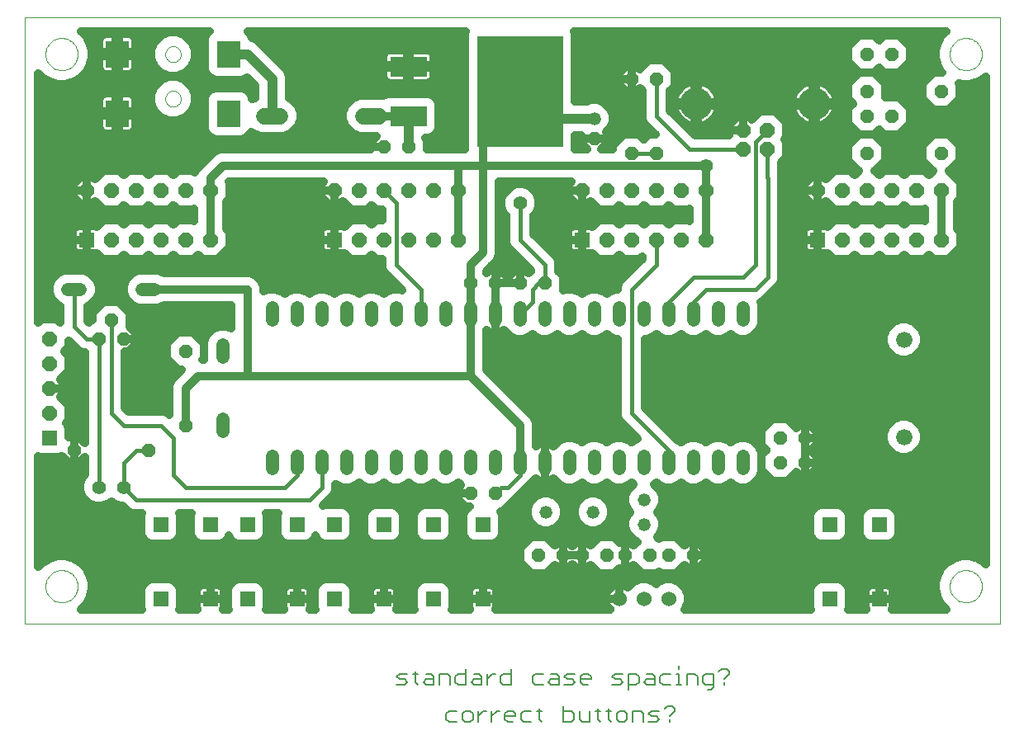
<source format=gtl>
G75*
G70*
%OFA0B0*%
%FSLAX24Y24*%
%IPPOS*%
%LPD*%
%AMOC8*
5,1,8,0,0,1.08239X$1,22.5*
%
%ADD10C,0.0000*%
%ADD11C,0.0060*%
%ADD12R,0.0594X0.0594*%
%ADD13C,0.0660*%
%ADD14OC8,0.0574*%
%ADD15C,0.1306*%
%ADD16OC8,0.0520*%
%ADD17R,0.1500X0.0820*%
%ADD18R,0.3500X0.4500*%
%ADD19C,0.0520*%
%ADD20R,0.0945X0.1102*%
%ADD21C,0.0520*%
%ADD22C,0.0600*%
%ADD23C,0.0551*%
%ADD24C,0.0660*%
%ADD25R,0.0600X0.0600*%
%ADD26OC8,0.0600*%
%ADD27OC8,0.0602*%
%ADD28R,0.0602X0.0602*%
%ADD29C,0.0320*%
%ADD30C,0.0160*%
%ADD31C,0.0400*%
%ADD32C,0.0560*%
D10*
X000494Y004344D02*
X000494Y028840D01*
X039864Y028840D01*
X039864Y004344D01*
X000494Y004344D01*
X001344Y005844D02*
X001346Y005894D01*
X001352Y005944D01*
X001362Y005994D01*
X001375Y006042D01*
X001392Y006090D01*
X001413Y006136D01*
X001437Y006180D01*
X001465Y006222D01*
X001496Y006262D01*
X001530Y006299D01*
X001567Y006334D01*
X001606Y006365D01*
X001647Y006394D01*
X001691Y006419D01*
X001737Y006441D01*
X001784Y006459D01*
X001832Y006473D01*
X001881Y006484D01*
X001931Y006491D01*
X001981Y006494D01*
X002032Y006493D01*
X002082Y006488D01*
X002132Y006479D01*
X002180Y006467D01*
X002228Y006450D01*
X002274Y006430D01*
X002319Y006407D01*
X002362Y006380D01*
X002402Y006350D01*
X002440Y006317D01*
X002475Y006281D01*
X002508Y006242D01*
X002537Y006201D01*
X002563Y006158D01*
X002586Y006113D01*
X002605Y006066D01*
X002620Y006018D01*
X002632Y005969D01*
X002640Y005919D01*
X002644Y005869D01*
X002644Y005819D01*
X002640Y005769D01*
X002632Y005719D01*
X002620Y005670D01*
X002605Y005622D01*
X002586Y005575D01*
X002563Y005530D01*
X002537Y005487D01*
X002508Y005446D01*
X002475Y005407D01*
X002440Y005371D01*
X002402Y005338D01*
X002362Y005308D01*
X002319Y005281D01*
X002274Y005258D01*
X002228Y005238D01*
X002180Y005221D01*
X002132Y005209D01*
X002082Y005200D01*
X002032Y005195D01*
X001981Y005194D01*
X001931Y005197D01*
X001881Y005204D01*
X001832Y005215D01*
X001784Y005229D01*
X001737Y005247D01*
X001691Y005269D01*
X001647Y005294D01*
X001606Y005323D01*
X001567Y005354D01*
X001530Y005389D01*
X001496Y005426D01*
X001465Y005466D01*
X001437Y005508D01*
X001413Y005552D01*
X001392Y005598D01*
X001375Y005646D01*
X001362Y005694D01*
X001352Y005744D01*
X001346Y005794D01*
X001344Y005844D01*
X006179Y025544D02*
X006181Y025579D01*
X006187Y025614D01*
X006197Y025648D01*
X006210Y025681D01*
X006227Y025712D01*
X006248Y025740D01*
X006271Y025767D01*
X006298Y025790D01*
X006326Y025811D01*
X006357Y025828D01*
X006390Y025841D01*
X006424Y025851D01*
X006459Y025857D01*
X006494Y025859D01*
X006529Y025857D01*
X006564Y025851D01*
X006598Y025841D01*
X006631Y025828D01*
X006662Y025811D01*
X006690Y025790D01*
X006717Y025767D01*
X006740Y025740D01*
X006761Y025712D01*
X006778Y025681D01*
X006791Y025648D01*
X006801Y025614D01*
X006807Y025579D01*
X006809Y025544D01*
X006807Y025509D01*
X006801Y025474D01*
X006791Y025440D01*
X006778Y025407D01*
X006761Y025376D01*
X006740Y025348D01*
X006717Y025321D01*
X006690Y025298D01*
X006662Y025277D01*
X006631Y025260D01*
X006598Y025247D01*
X006564Y025237D01*
X006529Y025231D01*
X006494Y025229D01*
X006459Y025231D01*
X006424Y025237D01*
X006390Y025247D01*
X006357Y025260D01*
X006326Y025277D01*
X006298Y025298D01*
X006271Y025321D01*
X006248Y025348D01*
X006227Y025376D01*
X006210Y025407D01*
X006197Y025440D01*
X006187Y025474D01*
X006181Y025509D01*
X006179Y025544D01*
X006179Y027344D02*
X006181Y027379D01*
X006187Y027414D01*
X006197Y027448D01*
X006210Y027481D01*
X006227Y027512D01*
X006248Y027540D01*
X006271Y027567D01*
X006298Y027590D01*
X006326Y027611D01*
X006357Y027628D01*
X006390Y027641D01*
X006424Y027651D01*
X006459Y027657D01*
X006494Y027659D01*
X006529Y027657D01*
X006564Y027651D01*
X006598Y027641D01*
X006631Y027628D01*
X006662Y027611D01*
X006690Y027590D01*
X006717Y027567D01*
X006740Y027540D01*
X006761Y027512D01*
X006778Y027481D01*
X006791Y027448D01*
X006801Y027414D01*
X006807Y027379D01*
X006809Y027344D01*
X006807Y027309D01*
X006801Y027274D01*
X006791Y027240D01*
X006778Y027207D01*
X006761Y027176D01*
X006740Y027148D01*
X006717Y027121D01*
X006690Y027098D01*
X006662Y027077D01*
X006631Y027060D01*
X006598Y027047D01*
X006564Y027037D01*
X006529Y027031D01*
X006494Y027029D01*
X006459Y027031D01*
X006424Y027037D01*
X006390Y027047D01*
X006357Y027060D01*
X006326Y027077D01*
X006298Y027098D01*
X006271Y027121D01*
X006248Y027148D01*
X006227Y027176D01*
X006210Y027207D01*
X006197Y027240D01*
X006187Y027274D01*
X006181Y027309D01*
X006179Y027344D01*
X001344Y027344D02*
X001346Y027394D01*
X001352Y027444D01*
X001362Y027494D01*
X001375Y027542D01*
X001392Y027590D01*
X001413Y027636D01*
X001437Y027680D01*
X001465Y027722D01*
X001496Y027762D01*
X001530Y027799D01*
X001567Y027834D01*
X001606Y027865D01*
X001647Y027894D01*
X001691Y027919D01*
X001737Y027941D01*
X001784Y027959D01*
X001832Y027973D01*
X001881Y027984D01*
X001931Y027991D01*
X001981Y027994D01*
X002032Y027993D01*
X002082Y027988D01*
X002132Y027979D01*
X002180Y027967D01*
X002228Y027950D01*
X002274Y027930D01*
X002319Y027907D01*
X002362Y027880D01*
X002402Y027850D01*
X002440Y027817D01*
X002475Y027781D01*
X002508Y027742D01*
X002537Y027701D01*
X002563Y027658D01*
X002586Y027613D01*
X002605Y027566D01*
X002620Y027518D01*
X002632Y027469D01*
X002640Y027419D01*
X002644Y027369D01*
X002644Y027319D01*
X002640Y027269D01*
X002632Y027219D01*
X002620Y027170D01*
X002605Y027122D01*
X002586Y027075D01*
X002563Y027030D01*
X002537Y026987D01*
X002508Y026946D01*
X002475Y026907D01*
X002440Y026871D01*
X002402Y026838D01*
X002362Y026808D01*
X002319Y026781D01*
X002274Y026758D01*
X002228Y026738D01*
X002180Y026721D01*
X002132Y026709D01*
X002082Y026700D01*
X002032Y026695D01*
X001981Y026694D01*
X001931Y026697D01*
X001881Y026704D01*
X001832Y026715D01*
X001784Y026729D01*
X001737Y026747D01*
X001691Y026769D01*
X001647Y026794D01*
X001606Y026823D01*
X001567Y026854D01*
X001530Y026889D01*
X001496Y026926D01*
X001465Y026966D01*
X001437Y027008D01*
X001413Y027052D01*
X001392Y027098D01*
X001375Y027146D01*
X001362Y027194D01*
X001352Y027244D01*
X001346Y027294D01*
X001344Y027344D01*
X037844Y027344D02*
X037846Y027394D01*
X037852Y027444D01*
X037862Y027494D01*
X037875Y027542D01*
X037892Y027590D01*
X037913Y027636D01*
X037937Y027680D01*
X037965Y027722D01*
X037996Y027762D01*
X038030Y027799D01*
X038067Y027834D01*
X038106Y027865D01*
X038147Y027894D01*
X038191Y027919D01*
X038237Y027941D01*
X038284Y027959D01*
X038332Y027973D01*
X038381Y027984D01*
X038431Y027991D01*
X038481Y027994D01*
X038532Y027993D01*
X038582Y027988D01*
X038632Y027979D01*
X038680Y027967D01*
X038728Y027950D01*
X038774Y027930D01*
X038819Y027907D01*
X038862Y027880D01*
X038902Y027850D01*
X038940Y027817D01*
X038975Y027781D01*
X039008Y027742D01*
X039037Y027701D01*
X039063Y027658D01*
X039086Y027613D01*
X039105Y027566D01*
X039120Y027518D01*
X039132Y027469D01*
X039140Y027419D01*
X039144Y027369D01*
X039144Y027319D01*
X039140Y027269D01*
X039132Y027219D01*
X039120Y027170D01*
X039105Y027122D01*
X039086Y027075D01*
X039063Y027030D01*
X039037Y026987D01*
X039008Y026946D01*
X038975Y026907D01*
X038940Y026871D01*
X038902Y026838D01*
X038862Y026808D01*
X038819Y026781D01*
X038774Y026758D01*
X038728Y026738D01*
X038680Y026721D01*
X038632Y026709D01*
X038582Y026700D01*
X038532Y026695D01*
X038481Y026694D01*
X038431Y026697D01*
X038381Y026704D01*
X038332Y026715D01*
X038284Y026729D01*
X038237Y026747D01*
X038191Y026769D01*
X038147Y026794D01*
X038106Y026823D01*
X038067Y026854D01*
X038030Y026889D01*
X037996Y026926D01*
X037965Y026966D01*
X037937Y027008D01*
X037913Y027052D01*
X037892Y027098D01*
X037875Y027146D01*
X037862Y027194D01*
X037852Y027244D01*
X037846Y027294D01*
X037844Y027344D01*
X037844Y005844D02*
X037846Y005894D01*
X037852Y005944D01*
X037862Y005994D01*
X037875Y006042D01*
X037892Y006090D01*
X037913Y006136D01*
X037937Y006180D01*
X037965Y006222D01*
X037996Y006262D01*
X038030Y006299D01*
X038067Y006334D01*
X038106Y006365D01*
X038147Y006394D01*
X038191Y006419D01*
X038237Y006441D01*
X038284Y006459D01*
X038332Y006473D01*
X038381Y006484D01*
X038431Y006491D01*
X038481Y006494D01*
X038532Y006493D01*
X038582Y006488D01*
X038632Y006479D01*
X038680Y006467D01*
X038728Y006450D01*
X038774Y006430D01*
X038819Y006407D01*
X038862Y006380D01*
X038902Y006350D01*
X038940Y006317D01*
X038975Y006281D01*
X039008Y006242D01*
X039037Y006201D01*
X039063Y006158D01*
X039086Y006113D01*
X039105Y006066D01*
X039120Y006018D01*
X039132Y005969D01*
X039140Y005919D01*
X039144Y005869D01*
X039144Y005819D01*
X039140Y005769D01*
X039132Y005719D01*
X039120Y005670D01*
X039105Y005622D01*
X039086Y005575D01*
X039063Y005530D01*
X039037Y005487D01*
X039008Y005446D01*
X038975Y005407D01*
X038940Y005371D01*
X038902Y005338D01*
X038862Y005308D01*
X038819Y005281D01*
X038774Y005258D01*
X038728Y005238D01*
X038680Y005221D01*
X038632Y005209D01*
X038582Y005200D01*
X038532Y005195D01*
X038481Y005194D01*
X038431Y005197D01*
X038381Y005204D01*
X038332Y005215D01*
X038284Y005229D01*
X038237Y005247D01*
X038191Y005269D01*
X038147Y005294D01*
X038106Y005323D01*
X038067Y005354D01*
X038030Y005389D01*
X037996Y005426D01*
X037965Y005466D01*
X037937Y005508D01*
X037913Y005552D01*
X037892Y005598D01*
X037875Y005646D01*
X037862Y005694D01*
X037852Y005744D01*
X037846Y005794D01*
X037844Y005844D01*
D11*
X028949Y002408D02*
X028949Y002301D01*
X028735Y002087D01*
X028735Y001981D02*
X028735Y001874D01*
X028304Y001874D02*
X027984Y001874D01*
X027877Y001981D01*
X027877Y002194D01*
X027984Y002301D01*
X028304Y002301D01*
X028304Y001767D01*
X028198Y001660D01*
X028091Y001660D01*
X027660Y001874D02*
X027660Y002194D01*
X027553Y002301D01*
X027233Y002301D01*
X027233Y001874D01*
X027017Y001874D02*
X026803Y001874D01*
X026910Y001874D02*
X026910Y002301D01*
X026803Y002301D01*
X026586Y002301D02*
X026265Y002301D01*
X026159Y002194D01*
X026159Y001981D01*
X026265Y001874D01*
X026586Y001874D01*
X025941Y001874D02*
X025621Y001874D01*
X025514Y001981D01*
X025621Y002087D01*
X025941Y002087D01*
X025941Y002194D02*
X025941Y001874D01*
X025941Y002194D02*
X025834Y002301D01*
X025621Y002301D01*
X025296Y002194D02*
X025296Y001981D01*
X025190Y001874D01*
X024869Y001874D01*
X024869Y001660D02*
X024869Y002301D01*
X025190Y002301D01*
X025296Y002194D01*
X024652Y002301D02*
X024332Y002301D01*
X024225Y002194D01*
X024332Y002087D01*
X024545Y002087D01*
X024652Y001981D01*
X024545Y001874D01*
X024225Y001874D01*
X023363Y002087D02*
X022936Y002087D01*
X022936Y001981D02*
X022936Y002194D01*
X023043Y002301D01*
X023256Y002301D01*
X023363Y002194D01*
X023363Y002087D01*
X023256Y001874D02*
X023043Y001874D01*
X022936Y001981D01*
X022718Y001981D02*
X022612Y002087D01*
X022398Y002087D01*
X022291Y002194D01*
X022398Y002301D01*
X022718Y002301D01*
X022718Y001981D02*
X022612Y001874D01*
X022291Y001874D01*
X022074Y001874D02*
X022074Y002194D01*
X021967Y002301D01*
X021754Y002301D01*
X021754Y002087D02*
X022074Y002087D01*
X022074Y001874D02*
X021754Y001874D01*
X021647Y001981D01*
X021754Y002087D01*
X021429Y001874D02*
X021109Y001874D01*
X021002Y001981D01*
X021002Y002194D01*
X021109Y002301D01*
X021429Y002301D01*
X020140Y002301D02*
X019820Y002301D01*
X019713Y002194D01*
X019713Y001981D01*
X019820Y001874D01*
X020140Y001874D01*
X020140Y002514D01*
X019496Y002301D02*
X019390Y002301D01*
X019176Y002087D01*
X019176Y001874D02*
X019176Y002301D01*
X018959Y002194D02*
X018959Y001874D01*
X018638Y001874D01*
X018532Y001981D01*
X018638Y002087D01*
X018959Y002087D01*
X018959Y002194D02*
X018852Y002301D01*
X018638Y002301D01*
X018314Y002301D02*
X017994Y002301D01*
X017887Y002194D01*
X017887Y001981D01*
X017994Y001874D01*
X018314Y001874D01*
X018314Y002514D01*
X017670Y002194D02*
X017670Y001874D01*
X017670Y002194D02*
X017563Y002301D01*
X017243Y002301D01*
X017243Y001874D01*
X017025Y001874D02*
X016705Y001874D01*
X016598Y001981D01*
X016705Y002087D01*
X017025Y002087D01*
X017025Y002194D02*
X017025Y001874D01*
X017025Y002194D02*
X016918Y002301D01*
X016705Y002301D01*
X016382Y002301D02*
X016168Y002301D01*
X016275Y002408D02*
X016275Y001981D01*
X016382Y001874D01*
X015951Y001981D02*
X015844Y002087D01*
X015631Y002087D01*
X015524Y002194D01*
X015631Y002301D01*
X015951Y002301D01*
X015951Y001981D02*
X015844Y001874D01*
X015524Y001874D01*
X017524Y000694D02*
X017524Y000481D01*
X017631Y000374D01*
X017951Y000374D01*
X018168Y000481D02*
X018168Y000694D01*
X018275Y000801D01*
X018489Y000801D01*
X018595Y000694D01*
X018595Y000481D01*
X018489Y000374D01*
X018275Y000374D01*
X018168Y000481D01*
X017951Y000801D02*
X017631Y000801D01*
X017524Y000694D01*
X018813Y000587D02*
X019026Y000801D01*
X019133Y000801D01*
X019350Y000801D02*
X019350Y000374D01*
X019350Y000587D02*
X019564Y000801D01*
X019670Y000801D01*
X019887Y000694D02*
X019887Y000481D01*
X019994Y000374D01*
X020207Y000374D01*
X020314Y000587D02*
X019887Y000587D01*
X019887Y000694D02*
X019994Y000801D01*
X020207Y000801D01*
X020314Y000694D01*
X020314Y000587D01*
X020532Y000481D02*
X020638Y000374D01*
X020959Y000374D01*
X021283Y000481D02*
X021390Y000374D01*
X021283Y000481D02*
X021283Y000908D01*
X021176Y000801D02*
X021390Y000801D01*
X020959Y000801D02*
X020638Y000801D01*
X020532Y000694D01*
X020532Y000481D01*
X018813Y000374D02*
X018813Y000801D01*
X022250Y000801D02*
X022571Y000801D01*
X022677Y000694D01*
X022677Y000481D01*
X022571Y000374D01*
X022250Y000374D01*
X022250Y001014D01*
X022895Y000801D02*
X022895Y000481D01*
X023002Y000374D01*
X023322Y000374D01*
X023322Y000801D01*
X023539Y000801D02*
X023753Y000801D01*
X023646Y000908D02*
X023646Y000481D01*
X023753Y000374D01*
X024076Y000481D02*
X024183Y000374D01*
X024076Y000481D02*
X024076Y000908D01*
X023969Y000801D02*
X024183Y000801D01*
X024399Y000694D02*
X024399Y000481D01*
X024506Y000374D01*
X024719Y000374D01*
X024826Y000481D01*
X024826Y000694D01*
X024719Y000801D01*
X024506Y000801D01*
X024399Y000694D01*
X025043Y000801D02*
X025043Y000374D01*
X025043Y000801D02*
X025364Y000801D01*
X025470Y000694D01*
X025470Y000374D01*
X025688Y000374D02*
X026008Y000374D01*
X026115Y000481D01*
X026008Y000587D01*
X025795Y000587D01*
X025688Y000694D01*
X025795Y000801D01*
X026115Y000801D01*
X026332Y000908D02*
X026439Y001014D01*
X026653Y001014D01*
X026759Y000908D01*
X026759Y000801D01*
X026546Y000587D01*
X026546Y000481D02*
X026546Y000374D01*
X026910Y002514D02*
X026910Y002621D01*
X028522Y002408D02*
X028629Y002514D01*
X028842Y002514D01*
X028949Y002408D01*
D12*
X032994Y005344D03*
X034994Y005344D03*
X034994Y008344D03*
X032994Y008344D03*
X018994Y008344D03*
X016994Y008344D03*
X014994Y008344D03*
X012994Y008344D03*
X011494Y008344D03*
X009494Y008344D03*
X007994Y008344D03*
X005994Y008344D03*
X005994Y005344D03*
X007994Y005344D03*
X009494Y005344D03*
X011494Y005344D03*
X012994Y005344D03*
X014994Y005344D03*
X016994Y005344D03*
X018994Y005344D03*
D13*
X035994Y011875D03*
X035994Y015812D03*
D14*
X030486Y023490D03*
X029502Y023490D03*
X029502Y024277D03*
X030486Y024277D03*
D15*
X032364Y025344D03*
X027624Y025344D03*
D16*
X025994Y026344D03*
X024994Y026344D03*
X023494Y023944D03*
X024994Y023344D03*
X025994Y023344D03*
X021494Y018094D03*
X020494Y018094D03*
X019494Y018094D03*
X018494Y018094D03*
X015994Y023594D03*
X014994Y023594D03*
X004494Y015844D03*
X003994Y016594D03*
X003494Y015844D03*
X006994Y015344D03*
X006994Y012344D03*
X005494Y011344D03*
X002494Y011344D03*
X018494Y009594D03*
X019494Y009594D03*
X021244Y007094D03*
X022244Y007094D03*
X022994Y007094D03*
X023994Y007094D03*
X024744Y007094D03*
X025744Y007094D03*
X026494Y007094D03*
X027494Y007094D03*
X030994Y010844D03*
X031994Y010844D03*
X031994Y011844D03*
X030994Y011844D03*
X034494Y023344D03*
X034494Y024844D03*
X035494Y024844D03*
X034494Y025844D03*
X034494Y027344D03*
X035494Y027344D03*
X037494Y025844D03*
X037494Y023344D03*
D17*
X015994Y024844D03*
X015994Y026844D03*
D18*
X020494Y025844D03*
D19*
X023494Y024744D03*
X025494Y009344D03*
X025494Y008344D03*
X023444Y008844D03*
X021544Y008844D03*
D20*
X008738Y024942D03*
X008738Y027344D03*
X004250Y027344D03*
X004250Y024942D03*
D21*
X005234Y017844D02*
X005754Y017844D01*
X002754Y017844D02*
X002234Y017844D01*
X008494Y015604D02*
X008494Y015084D01*
X010494Y016584D02*
X010494Y017104D01*
X011494Y017104D02*
X011494Y016584D01*
X012494Y016584D02*
X012494Y017104D01*
X013494Y017104D02*
X013494Y016584D01*
X014494Y016584D02*
X014494Y017104D01*
X015494Y017104D02*
X015494Y016584D01*
X016494Y016584D02*
X016494Y017104D01*
X017494Y017104D02*
X017494Y016584D01*
X018494Y016584D02*
X018494Y017104D01*
X019494Y017104D02*
X019494Y016584D01*
X020494Y016584D02*
X020494Y017104D01*
X021494Y017104D02*
X021494Y016584D01*
X022494Y016584D02*
X022494Y017104D01*
X023494Y017104D02*
X023494Y016584D01*
X024494Y016584D02*
X024494Y017104D01*
X025494Y017104D02*
X025494Y016584D01*
X026494Y016584D02*
X026494Y017104D01*
X027494Y017104D02*
X027494Y016584D01*
X028494Y016584D02*
X028494Y017104D01*
X029494Y017104D02*
X029494Y016584D01*
X029494Y011104D02*
X029494Y010584D01*
X028494Y010584D02*
X028494Y011104D01*
X027494Y011104D02*
X027494Y010584D01*
X026494Y010584D02*
X026494Y011104D01*
X025494Y011104D02*
X025494Y010584D01*
X024494Y010584D02*
X024494Y011104D01*
X023494Y011104D02*
X023494Y010584D01*
X022494Y010584D02*
X022494Y011104D01*
X021494Y011104D02*
X021494Y010584D01*
X020494Y010584D02*
X020494Y011104D01*
X019494Y011104D02*
X019494Y010584D01*
X018494Y010584D02*
X018494Y011104D01*
X017494Y011104D02*
X017494Y010584D01*
X016494Y010584D02*
X016494Y011104D01*
X015494Y011104D02*
X015494Y010584D01*
X014494Y010584D02*
X014494Y011104D01*
X013494Y011104D02*
X013494Y010584D01*
X012494Y010584D02*
X012494Y011104D01*
X011494Y011104D02*
X011494Y010584D01*
X010494Y010584D02*
X010494Y011104D01*
X008494Y012084D02*
X008494Y012604D01*
D22*
X024494Y005344D03*
X025494Y005344D03*
X026494Y005344D03*
D23*
X004494Y009844D03*
X003494Y009844D03*
D24*
X010164Y024844D02*
X010824Y024844D01*
X014164Y024844D02*
X014824Y024844D01*
D25*
X001494Y011844D03*
D26*
X001494Y012844D03*
X001494Y013844D03*
X001494Y014844D03*
X001494Y015844D03*
D27*
X003994Y019844D03*
X004994Y019844D03*
X005994Y019844D03*
X006994Y019844D03*
X007994Y019844D03*
X007994Y021844D03*
X006994Y021844D03*
X005994Y021844D03*
X004994Y021844D03*
X003994Y021844D03*
X002994Y021844D03*
X012994Y021844D03*
X013994Y021844D03*
X014994Y021844D03*
X015994Y021844D03*
X016994Y021844D03*
X017994Y021844D03*
X017994Y019844D03*
X016994Y019844D03*
X015994Y019844D03*
X014994Y019844D03*
X013994Y019844D03*
X022994Y021844D03*
X023994Y021844D03*
X024994Y021844D03*
X025994Y021844D03*
X026994Y021844D03*
X027994Y021844D03*
X027994Y019844D03*
X026994Y019844D03*
X025994Y019844D03*
X024994Y019844D03*
X023994Y019844D03*
X032494Y021844D03*
X033494Y021844D03*
X034494Y021844D03*
X035494Y021844D03*
X036494Y021844D03*
X037494Y021844D03*
X037494Y019844D03*
X036494Y019844D03*
X035494Y019844D03*
X034494Y019844D03*
X033494Y019844D03*
D28*
X032494Y019844D03*
X022994Y019844D03*
X012994Y019844D03*
X002994Y019844D03*
D29*
X002994Y019844D01*
X002994Y020405D01*
X003321Y020405D01*
X003371Y020395D01*
X003418Y020376D01*
X003420Y020374D01*
X003670Y020625D01*
X004317Y020625D01*
X004494Y020449D01*
X004670Y020625D01*
X005317Y020625D01*
X005494Y020449D01*
X005670Y020625D01*
X006317Y020625D01*
X006494Y020449D01*
X006670Y020625D01*
X007317Y020625D01*
X007354Y020589D01*
X007354Y021099D01*
X007317Y021063D01*
X006670Y021063D01*
X006494Y021239D01*
X006317Y021063D01*
X005670Y021063D01*
X005494Y021239D01*
X005317Y021063D01*
X004670Y021063D01*
X004494Y021239D01*
X004317Y021063D01*
X003670Y021063D01*
X003338Y021395D01*
X003226Y021283D01*
X002994Y021283D01*
X002994Y021844D01*
X002994Y021844D01*
X002994Y022405D01*
X003226Y022405D01*
X003338Y022293D01*
X003670Y022625D01*
X004317Y022625D01*
X004494Y022449D01*
X004670Y022625D01*
X005317Y022625D01*
X005494Y022449D01*
X005670Y022625D01*
X006317Y022625D01*
X006494Y022449D01*
X006670Y022625D01*
X007317Y022625D01*
X007388Y022554D01*
X007451Y022706D01*
X007951Y023206D01*
X007951Y023206D01*
X008131Y023386D01*
X008367Y023484D01*
X014474Y023484D01*
X014474Y023594D01*
X014993Y023594D01*
X014993Y023594D01*
X014474Y023594D01*
X014474Y023809D01*
X014699Y024034D01*
X014003Y024034D01*
X013705Y024157D01*
X013477Y024385D01*
X013354Y024683D01*
X013354Y025005D01*
X013477Y025303D01*
X013705Y025531D01*
X014003Y025654D01*
X014965Y025654D01*
X014972Y025661D01*
X015148Y025734D01*
X016839Y025734D01*
X017016Y025661D01*
X017151Y025526D01*
X017224Y025349D01*
X017224Y024338D01*
X017151Y024162D01*
X017016Y024027D01*
X016839Y023954D01*
X016680Y023954D01*
X016734Y023900D01*
X016734Y023484D01*
X017867Y023484D01*
X018270Y023484D01*
X018264Y023498D01*
X018264Y028189D01*
X018301Y028280D01*
X009504Y028280D01*
X009617Y028167D01*
X009686Y028000D01*
X009879Y027920D01*
X010879Y026920D01*
X011070Y026729D01*
X011174Y026479D01*
X011174Y025576D01*
X011283Y025531D01*
X011511Y025303D01*
X011634Y025005D01*
X011634Y024683D01*
X011511Y024385D01*
X011283Y024157D01*
X010985Y024034D01*
X010003Y024034D01*
X009705Y024157D01*
X009654Y024208D01*
X009617Y024119D01*
X009482Y023984D01*
X009306Y023911D01*
X008170Y023911D01*
X007994Y023984D01*
X007859Y024119D01*
X007786Y024296D01*
X007786Y025589D01*
X007859Y025765D01*
X007994Y025900D01*
X008170Y025974D01*
X009306Y025974D01*
X009482Y025900D01*
X009617Y025765D01*
X009690Y025589D01*
X009690Y025516D01*
X009705Y025531D01*
X009814Y025576D01*
X009814Y026062D01*
X009486Y026390D01*
X009482Y026386D01*
X009306Y026313D01*
X008170Y026313D01*
X007994Y026386D01*
X007859Y026521D01*
X007786Y026697D01*
X007786Y027991D01*
X007859Y028167D01*
X007972Y028280D01*
X002769Y028280D01*
X002962Y028087D01*
X003121Y027811D01*
X003204Y027503D01*
X003204Y027185D01*
X003121Y026877D01*
X002962Y026601D01*
X002737Y026376D01*
X002461Y026216D01*
X002153Y026134D01*
X001835Y026134D01*
X001527Y026216D01*
X001251Y026376D01*
X001054Y026573D01*
X001054Y016507D01*
X001171Y016624D01*
X001817Y016624D01*
X001934Y016507D01*
X001934Y017167D01*
X001815Y017217D01*
X001606Y017425D01*
X001494Y017697D01*
X001494Y017991D01*
X001606Y018263D01*
X001815Y018471D01*
X002087Y018584D01*
X002901Y018584D01*
X003173Y018471D01*
X003381Y018263D01*
X003494Y017991D01*
X003494Y017697D01*
X003381Y017425D01*
X003173Y017217D01*
X003054Y017167D01*
X003054Y016576D01*
X003117Y016513D01*
X003187Y016584D01*
X003254Y016584D01*
X003254Y016900D01*
X003687Y017334D01*
X004300Y017334D01*
X004734Y016900D01*
X004734Y016339D01*
X005014Y016059D01*
X005014Y015844D01*
X004554Y015844D01*
X004554Y015844D01*
X005014Y015844D01*
X005014Y015629D01*
X004709Y015324D01*
X004554Y015324D01*
X004554Y013076D01*
X004726Y012904D01*
X005882Y012904D01*
X006105Y012904D01*
X006311Y012819D01*
X006354Y012776D01*
X006354Y013971D01*
X006451Y014206D01*
X006631Y014386D01*
X006849Y014604D01*
X006687Y014604D01*
X006254Y015037D01*
X006254Y015650D01*
X006687Y016084D01*
X007300Y016084D01*
X007734Y015650D01*
X007734Y015037D01*
X007680Y014984D01*
X007754Y014984D01*
X007754Y015751D01*
X007866Y016023D01*
X008075Y016231D01*
X008347Y016344D01*
X008641Y016344D01*
X008854Y016256D01*
X008854Y017204D01*
X006143Y017204D01*
X005901Y017104D01*
X005087Y017104D01*
X004815Y017217D01*
X004606Y017425D01*
X004494Y017697D01*
X004494Y017991D01*
X004606Y018263D01*
X004815Y018471D01*
X005087Y018584D01*
X005901Y018584D01*
X006143Y018484D01*
X009367Y018484D01*
X009621Y018484D01*
X009856Y018386D01*
X010036Y018206D01*
X010134Y017971D01*
X010134Y017756D01*
X010347Y017844D01*
X010641Y017844D01*
X010913Y017731D01*
X010994Y017650D01*
X011075Y017731D01*
X011347Y017844D01*
X011641Y017844D01*
X011913Y017731D01*
X011994Y017650D01*
X012075Y017731D01*
X012347Y017844D01*
X012641Y017844D01*
X012913Y017731D01*
X012994Y017650D01*
X013075Y017731D01*
X013347Y017844D01*
X013641Y017844D01*
X013913Y017731D01*
X013994Y017650D01*
X014075Y017731D01*
X014347Y017844D01*
X014641Y017844D01*
X014913Y017731D01*
X014994Y017650D01*
X015075Y017731D01*
X015347Y017844D01*
X015641Y017844D01*
X015745Y017801D01*
X015177Y018369D01*
X015019Y018527D01*
X014934Y018733D01*
X014934Y019063D01*
X014670Y019063D01*
X014494Y019239D01*
X014317Y019063D01*
X013670Y019063D01*
X013420Y019313D01*
X013418Y019312D01*
X013371Y019293D01*
X013321Y019283D01*
X012994Y019283D01*
X012994Y019844D01*
X012994Y019844D01*
X012994Y020405D01*
X013321Y020405D01*
X013371Y020395D01*
X013418Y020376D01*
X013420Y020374D01*
X013670Y020625D01*
X014317Y020625D01*
X014494Y020449D01*
X014670Y020625D01*
X014934Y020625D01*
X014934Y021063D01*
X014670Y021063D01*
X014494Y021239D01*
X014317Y021063D01*
X013670Y021063D01*
X013338Y021395D01*
X013226Y021283D01*
X012994Y021283D01*
X012994Y021844D01*
X012994Y021844D01*
X012993Y021844D02*
X012993Y021844D01*
X012433Y021844D01*
X012433Y022076D01*
X012560Y022204D01*
X008759Y022204D01*
X008749Y022194D01*
X008775Y022167D01*
X008775Y021520D01*
X008634Y021379D01*
X008634Y020309D01*
X008775Y020167D01*
X008775Y019520D01*
X008317Y019063D01*
X007670Y019063D01*
X007494Y019239D01*
X007317Y019063D01*
X006670Y019063D01*
X006494Y019239D01*
X006317Y019063D01*
X005670Y019063D01*
X005494Y019239D01*
X005317Y019063D01*
X004670Y019063D01*
X004494Y019239D01*
X004317Y019063D01*
X003670Y019063D01*
X003420Y019313D01*
X003418Y019312D01*
X003371Y019293D01*
X003321Y019283D01*
X002994Y019283D01*
X002994Y019844D01*
X002994Y020405D01*
X002667Y020405D01*
X002617Y020395D01*
X002569Y020376D01*
X002527Y020347D01*
X002491Y020311D01*
X002462Y020268D01*
X002443Y020221D01*
X002433Y020171D01*
X002433Y019844D01*
X002993Y019844D01*
X002993Y019844D01*
X002433Y019844D01*
X002433Y019517D01*
X002443Y019467D01*
X002462Y019420D01*
X002491Y019377D01*
X002527Y019341D01*
X002569Y019312D01*
X002617Y019293D01*
X002667Y019283D01*
X002994Y019283D01*
X002994Y019844D01*
X002994Y019844D01*
X002994Y019953D02*
X002994Y019953D01*
X002994Y020271D02*
X002994Y020271D01*
X002464Y020271D02*
X001054Y020271D01*
X001054Y019953D02*
X002433Y019953D01*
X002433Y019634D02*
X001054Y019634D01*
X001054Y019315D02*
X002565Y019315D01*
X002994Y019315D02*
X002994Y019315D01*
X002994Y019634D02*
X002994Y019634D01*
X003635Y020590D02*
X001054Y020590D01*
X001054Y020908D02*
X007354Y020908D01*
X007353Y020590D02*
X007354Y020590D01*
X006635Y020590D02*
X006353Y020590D01*
X006481Y021227D02*
X006506Y021227D01*
X005506Y021227D02*
X005481Y021227D01*
X005353Y020590D02*
X005635Y020590D01*
X004635Y020590D02*
X004353Y020590D01*
X004481Y021227D02*
X004506Y021227D01*
X003506Y021227D02*
X001054Y021227D01*
X001054Y021545D02*
X002499Y021545D01*
X002433Y021611D02*
X002761Y021283D01*
X002994Y021283D01*
X002994Y021844D01*
X002994Y022405D01*
X002761Y022405D01*
X002433Y022076D01*
X002433Y021844D01*
X002993Y021844D01*
X002993Y021844D01*
X002433Y021844D01*
X002433Y021611D01*
X002433Y021864D02*
X001054Y021864D01*
X001054Y022182D02*
X002539Y022182D01*
X002994Y022182D02*
X002994Y022182D01*
X002994Y021864D02*
X002994Y021864D01*
X002994Y021844D02*
X002994Y021844D01*
X002994Y021545D02*
X002994Y021545D01*
X003546Y022501D02*
X001054Y022501D01*
X001054Y022819D02*
X007564Y022819D01*
X007883Y023138D02*
X001054Y023138D01*
X001054Y023457D02*
X008301Y023457D01*
X008494Y022844D02*
X017994Y022844D01*
X018994Y022844D01*
X018994Y019344D01*
X018494Y018844D01*
X018494Y018094D01*
X018494Y016844D01*
X018494Y014344D01*
X009494Y014344D01*
X007494Y014344D01*
X006994Y013844D01*
X006994Y012344D01*
X006354Y012945D02*
X004685Y012945D01*
X004554Y013263D02*
X006354Y013263D01*
X006354Y013582D02*
X004554Y013582D01*
X004554Y013900D02*
X006354Y013900D01*
X006464Y014219D02*
X004554Y014219D01*
X004554Y014537D02*
X006782Y014537D01*
X006435Y014856D02*
X004554Y014856D01*
X004554Y015174D02*
X006254Y015174D01*
X006254Y015493D02*
X004878Y015493D01*
X005014Y015811D02*
X006415Y015811D01*
X007573Y015811D02*
X007779Y015811D01*
X007754Y015493D02*
X007734Y015493D01*
X007734Y015174D02*
X007754Y015174D01*
X007973Y016130D02*
X004943Y016130D01*
X004734Y016449D02*
X008854Y016449D01*
X008854Y016767D02*
X004734Y016767D01*
X004549Y017086D02*
X008854Y017086D01*
X009494Y017844D02*
X009494Y014344D01*
X009494Y017844D02*
X005494Y017844D01*
X004703Y018360D02*
X003284Y018360D01*
X003473Y018041D02*
X004515Y018041D01*
X004494Y017723D02*
X003494Y017723D01*
X003361Y017404D02*
X004627Y017404D01*
X003439Y017086D02*
X003054Y017086D01*
X003054Y016767D02*
X003254Y016767D01*
X002274Y015772D02*
X002677Y015369D01*
X002882Y015284D01*
X002934Y015284D01*
X002934Y011639D01*
X002709Y011864D01*
X002494Y011864D01*
X002494Y011344D01*
X002494Y011344D01*
X002494Y011864D01*
X002278Y011864D01*
X002274Y011859D01*
X002274Y012239D01*
X002201Y012416D01*
X002185Y012432D01*
X002274Y012521D01*
X002274Y013167D01*
X001941Y013499D01*
X002054Y013612D01*
X002054Y013844D01*
X002054Y014076D01*
X001941Y014188D01*
X002274Y014521D01*
X002274Y015167D01*
X002097Y015344D01*
X002274Y015521D01*
X002274Y015772D01*
X002246Y015493D02*
X002553Y015493D01*
X002266Y015174D02*
X002934Y015174D01*
X002934Y014856D02*
X002274Y014856D01*
X002274Y014537D02*
X002934Y014537D01*
X002934Y014219D02*
X001972Y014219D01*
X002054Y013900D02*
X002934Y013900D01*
X002934Y013582D02*
X002024Y013582D01*
X002054Y013844D02*
X001494Y013844D01*
X002054Y013844D01*
X001494Y013844D02*
X001494Y013844D01*
X002178Y013263D02*
X002934Y013263D01*
X002934Y012945D02*
X002274Y012945D01*
X002274Y012626D02*
X002934Y012626D01*
X002934Y012308D02*
X002246Y012308D01*
X002274Y011989D02*
X002934Y011989D01*
X002934Y011670D02*
X002903Y011670D01*
X002494Y011670D02*
X002494Y011670D01*
X002494Y011352D02*
X002494Y011352D01*
X002494Y011344D02*
X002494Y010824D01*
X002709Y010824D01*
X002934Y011049D01*
X002934Y010352D01*
X002853Y010272D01*
X002738Y009994D01*
X002738Y009694D01*
X002853Y009416D01*
X003066Y009203D01*
X003344Y009088D01*
X003644Y009088D01*
X003922Y009203D01*
X003994Y009275D01*
X004066Y009203D01*
X004344Y009088D01*
X004457Y009088D01*
X004519Y009027D01*
X004677Y008869D01*
X004882Y008784D01*
X005237Y008784D01*
X005217Y008736D01*
X005217Y007952D01*
X005290Y007775D01*
X005425Y007640D01*
X005601Y007567D01*
X006386Y007567D01*
X006563Y007640D01*
X006698Y007775D01*
X006771Y007952D01*
X006771Y008736D01*
X006751Y008784D01*
X007237Y008784D01*
X007217Y008736D01*
X007217Y007952D01*
X007290Y007775D01*
X007425Y007640D01*
X007601Y007567D01*
X008386Y007567D01*
X008563Y007640D01*
X008698Y007775D01*
X008744Y007887D01*
X008790Y007775D01*
X008925Y007640D01*
X009101Y007567D01*
X009886Y007567D01*
X010063Y007640D01*
X010198Y007775D01*
X010271Y007952D01*
X010271Y008736D01*
X010251Y008784D01*
X010737Y008784D01*
X010717Y008736D01*
X010717Y007952D01*
X010790Y007775D01*
X010925Y007640D01*
X011101Y007567D01*
X011886Y007567D01*
X012063Y007640D01*
X012198Y007775D01*
X012244Y007887D01*
X012290Y007775D01*
X012425Y007640D01*
X012601Y007567D01*
X013386Y007567D01*
X013563Y007640D01*
X013698Y007775D01*
X013771Y007952D01*
X013771Y008736D01*
X013698Y008913D01*
X013563Y009048D01*
X013386Y009121D01*
X012601Y009121D01*
X012535Y009093D01*
X012969Y009527D01*
X013054Y009733D01*
X013054Y009955D01*
X013054Y009977D01*
X013075Y009957D01*
X013347Y009844D01*
X013641Y009844D01*
X013913Y009957D01*
X013994Y010037D01*
X014075Y009957D01*
X014347Y009844D01*
X014641Y009844D01*
X014913Y009957D01*
X014994Y010037D01*
X015075Y009957D01*
X015347Y009844D01*
X015641Y009844D01*
X015913Y009957D01*
X015994Y010037D01*
X016075Y009957D01*
X016347Y009844D01*
X016641Y009844D01*
X016913Y009957D01*
X016994Y010037D01*
X017075Y009957D01*
X017347Y009844D01*
X017641Y009844D01*
X017913Y009957D01*
X017994Y010037D01*
X018075Y009957D01*
X018108Y009943D01*
X017974Y009809D01*
X017974Y009594D01*
X018493Y009594D01*
X018493Y009594D01*
X017974Y009594D01*
X017974Y009379D01*
X018278Y009074D01*
X018489Y009074D01*
X018425Y009048D01*
X018290Y008913D01*
X018217Y008736D01*
X018217Y007952D01*
X018290Y007775D01*
X018425Y007640D01*
X018601Y007567D01*
X019386Y007567D01*
X019563Y007640D01*
X019698Y007775D01*
X019771Y007952D01*
X019771Y008736D01*
X019722Y008854D01*
X019800Y008854D01*
X020234Y009287D01*
X020234Y009337D01*
X020311Y009369D01*
X020469Y009527D01*
X020888Y009946D01*
X020913Y009957D01*
X021121Y010165D01*
X021138Y010205D01*
X021155Y010187D01*
X021221Y010139D01*
X021294Y010102D01*
X021372Y010077D01*
X021453Y010064D01*
X021494Y010064D01*
X021535Y010064D01*
X021616Y010077D01*
X021693Y010102D01*
X021766Y010139D01*
X021833Y010187D01*
X021850Y010205D01*
X021866Y010165D01*
X022075Y009957D01*
X022347Y009844D01*
X022641Y009844D01*
X022913Y009957D01*
X022994Y010037D01*
X023075Y009957D01*
X023347Y009844D01*
X023641Y009844D01*
X023913Y009957D01*
X023994Y010037D01*
X024075Y009957D01*
X024347Y009844D01*
X024641Y009844D01*
X024913Y009957D01*
X024994Y010037D01*
X025067Y009964D01*
X024866Y009763D01*
X024754Y009491D01*
X024754Y009197D01*
X024866Y008925D01*
X024947Y008844D01*
X024866Y008763D01*
X024754Y008491D01*
X024754Y008197D01*
X024866Y007925D01*
X025075Y007717D01*
X025248Y007645D01*
X025088Y007485D01*
X024959Y007614D01*
X024744Y007614D01*
X024744Y007094D01*
X024744Y007094D01*
X024744Y007614D01*
X024528Y007614D01*
X024524Y007610D01*
X024300Y007834D01*
X023687Y007834D01*
X023338Y007485D01*
X023209Y007614D01*
X022994Y007614D01*
X022994Y007094D01*
X022994Y007094D01*
X022994Y007614D01*
X022778Y007614D01*
X022619Y007454D01*
X022459Y007614D01*
X022244Y007614D01*
X022244Y007094D01*
X022764Y007094D01*
X022993Y007094D01*
X022993Y007094D01*
X022764Y007094D01*
X022244Y007094D01*
X022244Y007094D01*
X022244Y007094D01*
X022244Y007614D01*
X022028Y007614D01*
X021899Y007485D01*
X021550Y007834D01*
X020937Y007834D01*
X020504Y007400D01*
X020504Y006787D01*
X020937Y006354D01*
X021550Y006354D01*
X021899Y006703D01*
X022028Y006574D01*
X022244Y006574D01*
X022459Y006574D01*
X022619Y006734D01*
X022778Y006574D01*
X022994Y006574D01*
X023209Y006574D01*
X023338Y006703D01*
X023687Y006354D01*
X024300Y006354D01*
X024524Y006578D01*
X024528Y006574D01*
X024744Y006574D01*
X024959Y006574D01*
X025088Y006703D01*
X025437Y006354D01*
X026050Y006354D01*
X026119Y006422D01*
X026187Y006354D01*
X026800Y006354D01*
X027149Y006703D01*
X027278Y006574D01*
X027494Y006574D01*
X027709Y006574D01*
X028014Y006879D01*
X028014Y007094D01*
X028014Y007309D01*
X027709Y007614D01*
X027494Y007614D01*
X027494Y007094D01*
X028014Y007094D01*
X027494Y007094D01*
X027494Y007094D01*
X027494Y007094D01*
X027494Y007614D01*
X027278Y007614D01*
X027149Y007485D01*
X026800Y007834D01*
X026187Y007834D01*
X026119Y007765D01*
X026050Y007834D01*
X026030Y007834D01*
X026121Y007925D01*
X026234Y008197D01*
X026234Y008491D01*
X026121Y008763D01*
X026040Y008844D01*
X026121Y008925D01*
X026234Y009197D01*
X026234Y009491D01*
X026121Y009763D01*
X025920Y009964D01*
X025994Y010037D01*
X026075Y009957D01*
X026347Y009844D01*
X026641Y009844D01*
X026913Y009957D01*
X026994Y010037D01*
X027075Y009957D01*
X027347Y009844D01*
X027641Y009844D01*
X027913Y009957D01*
X027994Y010037D01*
X028075Y009957D01*
X028347Y009844D01*
X028641Y009844D01*
X028913Y009957D01*
X028994Y010037D01*
X029075Y009957D01*
X029347Y009844D01*
X029641Y009844D01*
X029913Y009957D01*
X030121Y010165D01*
X030234Y010437D01*
X030234Y011251D01*
X030121Y011523D01*
X029913Y011731D01*
X029641Y011844D01*
X029347Y011844D01*
X029075Y011731D01*
X028994Y011650D01*
X028913Y011731D01*
X028641Y011844D01*
X028347Y011844D01*
X028075Y011731D01*
X027994Y011650D01*
X027913Y011731D01*
X027641Y011844D01*
X027347Y011844D01*
X027075Y011731D01*
X026994Y011650D01*
X026913Y011731D01*
X026888Y011742D01*
X025554Y013076D01*
X025554Y015844D01*
X025641Y015844D01*
X025913Y015957D01*
X025994Y016037D01*
X026075Y015957D01*
X026347Y015844D01*
X026641Y015844D01*
X026913Y015957D01*
X026994Y016037D01*
X027075Y015957D01*
X027347Y015844D01*
X027641Y015844D01*
X027913Y015957D01*
X027994Y016037D01*
X028075Y015957D01*
X028347Y015844D01*
X028641Y015844D01*
X028913Y015957D01*
X028994Y016037D01*
X029075Y015957D01*
X029347Y015844D01*
X029641Y015844D01*
X029913Y015957D01*
X030121Y016165D01*
X030234Y016437D01*
X030234Y017251D01*
X030203Y017325D01*
X030311Y017369D01*
X030811Y017869D01*
X030969Y018027D01*
X031054Y018233D01*
X031054Y022233D01*
X031054Y022455D01*
X031046Y022474D01*
X031046Y022965D01*
X031253Y023172D01*
X031253Y023807D01*
X031177Y023883D01*
X031253Y023959D01*
X031253Y024595D01*
X030804Y025044D01*
X030168Y025044D01*
X029838Y024714D01*
X029728Y024824D01*
X029502Y024824D01*
X029502Y024277D01*
X029501Y024277D01*
X029501Y024277D01*
X028955Y024277D01*
X028955Y024504D01*
X029275Y024824D01*
X029501Y024824D01*
X029501Y024277D01*
X028955Y024277D01*
X028955Y024050D01*
X028956Y024050D01*
X027580Y024050D01*
X026554Y025076D01*
X026554Y025857D01*
X026734Y026037D01*
X026734Y026650D01*
X026300Y027084D01*
X025687Y027084D01*
X025338Y026735D01*
X025209Y026864D01*
X024994Y026864D01*
X024994Y026344D01*
X024994Y026344D01*
X024994Y026864D01*
X024778Y026864D01*
X024474Y026559D01*
X024474Y026344D01*
X024993Y026344D01*
X024993Y026344D01*
X024474Y026344D01*
X024474Y026129D01*
X024778Y025824D01*
X024994Y025824D01*
X025209Y025824D01*
X025338Y025953D01*
X025434Y025857D01*
X025434Y024733D01*
X025519Y024527D01*
X025677Y024369D01*
X025962Y024084D01*
X025687Y024084D01*
X025507Y023904D01*
X025480Y023904D01*
X025300Y024084D01*
X024687Y024084D01*
X024254Y023650D01*
X024254Y023484D01*
X023769Y023484D01*
X024014Y023729D01*
X024014Y023944D01*
X024014Y024159D01*
X023985Y024188D01*
X024121Y024325D01*
X024234Y024597D01*
X024234Y024891D01*
X024121Y025163D01*
X023913Y025371D01*
X023641Y025484D01*
X023347Y025484D01*
X023202Y025424D01*
X022724Y025424D01*
X022724Y028189D01*
X022686Y028280D01*
X037719Y028280D01*
X037526Y028087D01*
X037366Y027811D01*
X037284Y027503D01*
X037284Y027185D01*
X037366Y026877D01*
X037526Y026601D01*
X037543Y026584D01*
X037187Y026584D01*
X036754Y026150D01*
X036754Y025537D01*
X037187Y025104D01*
X037800Y025104D01*
X038234Y025537D01*
X038234Y026150D01*
X038219Y026165D01*
X038335Y026134D01*
X038653Y026134D01*
X038961Y026216D01*
X039237Y026376D01*
X039304Y026443D01*
X039304Y006745D01*
X039237Y006812D01*
X038961Y006971D01*
X038653Y007054D01*
X038335Y007054D01*
X038027Y006971D01*
X037751Y006812D01*
X037526Y006587D01*
X037366Y006311D01*
X037284Y006003D01*
X037284Y005685D01*
X037366Y005377D01*
X037526Y005101D01*
X037723Y004904D01*
X035508Y004904D01*
X035521Y004924D01*
X035541Y004971D01*
X035551Y005021D01*
X035551Y005344D01*
X035551Y005666D01*
X035541Y005717D01*
X035521Y005764D01*
X035493Y005806D01*
X035456Y005843D01*
X035414Y005871D01*
X035367Y005891D01*
X035316Y005901D01*
X034994Y005901D01*
X034994Y005344D01*
X035551Y005344D01*
X034994Y005344D01*
X034994Y005344D01*
X034994Y005344D01*
X034994Y005901D01*
X034671Y005901D01*
X034621Y005891D01*
X034574Y005871D01*
X034531Y005843D01*
X034495Y005806D01*
X034467Y005764D01*
X034447Y005717D01*
X034437Y005666D01*
X034437Y005344D01*
X034993Y005344D01*
X034993Y005344D01*
X034437Y005344D01*
X034437Y005021D01*
X034447Y004971D01*
X034467Y004924D01*
X034480Y004904D01*
X033751Y004904D01*
X033771Y004952D01*
X033771Y005736D01*
X033698Y005913D01*
X033563Y006048D01*
X033386Y006121D01*
X032601Y006121D01*
X032425Y006048D01*
X032290Y005913D01*
X032217Y005736D01*
X032217Y004952D01*
X032237Y004904D01*
X027156Y004904D01*
X027274Y005189D01*
X027274Y005499D01*
X027155Y005786D01*
X026936Y006005D01*
X026649Y006124D01*
X026339Y006124D01*
X026052Y006005D01*
X025994Y005947D01*
X025936Y006005D01*
X025649Y006124D01*
X025339Y006124D01*
X025052Y006005D01*
X024835Y005788D01*
X024787Y005823D01*
X024709Y005863D01*
X024625Y005890D01*
X024538Y005904D01*
X024494Y005904D01*
X024494Y005344D01*
X024494Y005344D01*
X024494Y005904D01*
X024450Y005904D01*
X024363Y005890D01*
X024279Y005863D01*
X024200Y005823D01*
X024129Y005771D01*
X024067Y005709D01*
X024015Y005637D01*
X023975Y005559D01*
X023948Y005475D01*
X023934Y005388D01*
X023934Y005344D01*
X024493Y005344D01*
X024493Y005344D01*
X023934Y005344D01*
X023934Y005300D01*
X023948Y005213D01*
X023975Y005129D01*
X024015Y005050D01*
X024067Y004979D01*
X024129Y004917D01*
X024147Y004904D01*
X019508Y004904D01*
X019521Y004924D01*
X019541Y004971D01*
X019551Y005021D01*
X019551Y005344D01*
X019551Y005666D01*
X019541Y005717D01*
X019521Y005764D01*
X019493Y005806D01*
X019456Y005843D01*
X019414Y005871D01*
X019367Y005891D01*
X019316Y005901D01*
X018994Y005901D01*
X018994Y005344D01*
X019551Y005344D01*
X018994Y005344D01*
X018994Y005344D01*
X018994Y005344D01*
X018994Y005901D01*
X018671Y005901D01*
X018621Y005891D01*
X018574Y005871D01*
X018531Y005843D01*
X018495Y005806D01*
X018467Y005764D01*
X018447Y005717D01*
X018437Y005666D01*
X018437Y005344D01*
X018993Y005344D01*
X018993Y005344D01*
X018437Y005344D01*
X018437Y005021D01*
X018447Y004971D01*
X018467Y004924D01*
X018480Y004904D01*
X017751Y004904D01*
X017771Y004952D01*
X017771Y005736D01*
X017698Y005913D01*
X017563Y006048D01*
X017386Y006121D01*
X016601Y006121D01*
X016425Y006048D01*
X016290Y005913D01*
X016217Y005736D01*
X016217Y004952D01*
X016237Y004904D01*
X015508Y004904D01*
X015521Y004924D01*
X015541Y004971D01*
X015551Y005021D01*
X015551Y005344D01*
X015551Y005666D01*
X015541Y005717D01*
X015521Y005764D01*
X015493Y005806D01*
X015456Y005843D01*
X015414Y005871D01*
X015367Y005891D01*
X015316Y005901D01*
X014994Y005901D01*
X014994Y005344D01*
X015551Y005344D01*
X014994Y005344D01*
X014994Y005344D01*
X014994Y005344D01*
X014994Y005901D01*
X014671Y005901D01*
X014621Y005891D01*
X014574Y005871D01*
X014531Y005843D01*
X014495Y005806D01*
X014467Y005764D01*
X014447Y005717D01*
X014437Y005666D01*
X014437Y005344D01*
X014993Y005344D01*
X014993Y005344D01*
X014437Y005344D01*
X014437Y005021D01*
X014447Y004971D01*
X014467Y004924D01*
X014480Y004904D01*
X013751Y004904D01*
X013771Y004952D01*
X013771Y005736D01*
X013698Y005913D01*
X013563Y006048D01*
X013386Y006121D01*
X012601Y006121D01*
X012425Y006048D01*
X012290Y005913D01*
X012217Y005736D01*
X012217Y004952D01*
X012237Y004904D01*
X012008Y004904D01*
X012021Y004924D01*
X012041Y004971D01*
X012051Y005021D01*
X012051Y005344D01*
X012051Y005666D01*
X012041Y005717D01*
X012021Y005764D01*
X011993Y005806D01*
X011956Y005843D01*
X011914Y005871D01*
X011867Y005891D01*
X011816Y005901D01*
X011494Y005901D01*
X011494Y005344D01*
X012051Y005344D01*
X011494Y005344D01*
X011494Y005344D01*
X011494Y005344D01*
X011494Y005901D01*
X011171Y005901D01*
X011121Y005891D01*
X011074Y005871D01*
X011031Y005843D01*
X010995Y005806D01*
X010967Y005764D01*
X010947Y005717D01*
X010937Y005666D01*
X010937Y005344D01*
X011493Y005344D01*
X011493Y005344D01*
X010937Y005344D01*
X010937Y005021D01*
X010947Y004971D01*
X010967Y004924D01*
X010980Y004904D01*
X010251Y004904D01*
X010271Y004952D01*
X010271Y005736D01*
X010198Y005913D01*
X010063Y006048D01*
X009886Y006121D01*
X009101Y006121D01*
X008925Y006048D01*
X008790Y005913D01*
X008717Y005736D01*
X008717Y004952D01*
X008737Y004904D01*
X008508Y004904D01*
X008521Y004924D01*
X008541Y004971D01*
X008551Y005021D01*
X008551Y005344D01*
X008551Y005666D01*
X008541Y005717D01*
X008521Y005764D01*
X008493Y005806D01*
X008456Y005843D01*
X008414Y005871D01*
X008367Y005891D01*
X008316Y005901D01*
X007994Y005901D01*
X007994Y005344D01*
X008551Y005344D01*
X007994Y005344D01*
X007994Y005344D01*
X007994Y005344D01*
X007994Y005901D01*
X007671Y005901D01*
X007621Y005891D01*
X007574Y005871D01*
X007531Y005843D01*
X007495Y005806D01*
X007467Y005764D01*
X007447Y005717D01*
X007437Y005666D01*
X007437Y005344D01*
X007993Y005344D01*
X007993Y005344D01*
X007437Y005344D01*
X007437Y005021D01*
X007447Y004971D01*
X007467Y004924D01*
X007480Y004904D01*
X006751Y004904D01*
X006771Y004952D01*
X006771Y005736D01*
X006698Y005913D01*
X006563Y006048D01*
X006386Y006121D01*
X005601Y006121D01*
X005425Y006048D01*
X005290Y005913D01*
X005217Y005736D01*
X005217Y004952D01*
X005237Y004904D01*
X002765Y004904D01*
X002962Y005101D01*
X003121Y005377D01*
X003204Y005685D01*
X003204Y006003D01*
X003121Y006311D01*
X002962Y006587D01*
X002737Y006812D01*
X002461Y006971D01*
X002153Y007054D01*
X001835Y007054D01*
X001527Y006971D01*
X001251Y006812D01*
X001054Y006615D01*
X001054Y011082D01*
X001098Y011064D01*
X001889Y011064D01*
X001995Y011108D01*
X002278Y010824D01*
X002494Y010824D01*
X002494Y011344D01*
X002494Y011344D01*
X002494Y011033D02*
X002494Y011033D01*
X002919Y011033D02*
X002934Y011033D01*
X002934Y010715D02*
X001054Y010715D01*
X001054Y011033D02*
X002069Y011033D01*
X002934Y010396D02*
X001054Y010396D01*
X001054Y010078D02*
X002773Y010078D01*
X002738Y009759D02*
X001054Y009759D01*
X001054Y009441D02*
X002843Y009441D01*
X003262Y009122D02*
X001054Y009122D01*
X001054Y008804D02*
X004835Y008804D01*
X005217Y008485D02*
X001054Y008485D01*
X001054Y008166D02*
X005217Y008166D01*
X005260Y007848D02*
X001054Y007848D01*
X001054Y007529D02*
X020633Y007529D01*
X020504Y007211D02*
X001054Y007211D01*
X001054Y006892D02*
X001390Y006892D01*
X002598Y006892D02*
X020504Y006892D01*
X020718Y006574D02*
X002970Y006574D01*
X003136Y006255D02*
X037351Y006255D01*
X037284Y005937D02*
X033674Y005937D01*
X033771Y005618D02*
X034437Y005618D01*
X034994Y005618D02*
X034994Y005618D01*
X035551Y005618D02*
X037302Y005618D01*
X037411Y005300D02*
X035551Y005300D01*
X035543Y004981D02*
X037646Y004981D01*
X037518Y006574D02*
X027020Y006574D01*
X027494Y006574D02*
X027494Y007094D01*
X027494Y006574D01*
X027494Y006892D02*
X027494Y006892D01*
X027494Y007094D02*
X027494Y007094D01*
X027494Y007211D02*
X027494Y007211D01*
X027494Y007529D02*
X027494Y007529D01*
X027794Y007529D02*
X039304Y007529D01*
X039304Y007211D02*
X028014Y007211D01*
X028014Y006892D02*
X037890Y006892D01*
X039098Y006892D02*
X039304Y006892D01*
X039304Y007848D02*
X035728Y007848D01*
X035698Y007775D02*
X035771Y007952D01*
X035771Y008736D01*
X035698Y008913D01*
X035563Y009048D01*
X035386Y009121D01*
X034601Y009121D01*
X034425Y009048D01*
X034290Y008913D01*
X034217Y008736D01*
X034217Y007952D01*
X034290Y007775D01*
X034425Y007640D01*
X034601Y007567D01*
X035386Y007567D01*
X035563Y007640D01*
X035698Y007775D01*
X035771Y008166D02*
X039304Y008166D01*
X039304Y008485D02*
X035771Y008485D01*
X035743Y008804D02*
X039304Y008804D01*
X039304Y009122D02*
X026203Y009122D01*
X026081Y008804D02*
X032245Y008804D01*
X032217Y008736D02*
X032217Y007952D01*
X032290Y007775D01*
X032425Y007640D01*
X032601Y007567D01*
X033386Y007567D01*
X033563Y007640D01*
X033698Y007775D01*
X033771Y007952D01*
X033771Y008736D01*
X033698Y008913D01*
X033563Y009048D01*
X033386Y009121D01*
X032601Y009121D01*
X032425Y009048D01*
X032290Y008913D01*
X032217Y008736D01*
X032217Y008485D02*
X026234Y008485D01*
X026221Y008166D02*
X032217Y008166D01*
X032260Y007848D02*
X026044Y007848D01*
X025133Y007529D02*
X025044Y007529D01*
X024744Y007529D02*
X024744Y007529D01*
X024744Y007211D02*
X024744Y007211D01*
X024744Y007094D02*
X024744Y006574D01*
X024744Y007094D01*
X024744Y007094D01*
X024744Y006892D02*
X024744Y006892D01*
X024520Y006574D02*
X025218Y006574D01*
X024984Y005937D02*
X017674Y005937D01*
X017771Y005618D02*
X018437Y005618D01*
X018437Y005300D02*
X017771Y005300D01*
X017771Y004981D02*
X018445Y004981D01*
X018994Y005618D02*
X018994Y005618D01*
X019551Y005618D02*
X024005Y005618D01*
X024494Y005618D02*
X024494Y005618D01*
X023934Y005300D02*
X019551Y005300D01*
X019543Y004981D02*
X024065Y004981D01*
X023468Y006574D02*
X021770Y006574D01*
X022244Y006574D02*
X022244Y007094D01*
X022244Y006574D01*
X022244Y006892D02*
X022244Y006892D01*
X022244Y007094D02*
X022244Y007094D01*
X022244Y007211D02*
X022244Y007211D01*
X022244Y007529D02*
X022244Y007529D01*
X022544Y007529D02*
X022694Y007529D01*
X022994Y007529D02*
X022994Y007529D01*
X023294Y007529D02*
X023383Y007529D01*
X022994Y007211D02*
X022994Y007211D01*
X022994Y007094D02*
X022994Y006574D01*
X022994Y007094D01*
X022994Y007094D01*
X022994Y006892D02*
X022994Y006892D01*
X021944Y007529D02*
X021855Y007529D01*
X021691Y008104D02*
X021963Y008217D01*
X022171Y008425D01*
X022284Y008697D01*
X022284Y008991D01*
X022171Y009263D01*
X021963Y009471D01*
X021691Y009584D01*
X021397Y009584D01*
X021125Y009471D01*
X020916Y009263D01*
X020804Y008991D01*
X020804Y008697D01*
X020916Y008425D01*
X021125Y008217D01*
X021397Y008104D01*
X021691Y008104D01*
X021842Y008166D02*
X023146Y008166D01*
X023025Y008217D02*
X023297Y008104D01*
X023591Y008104D01*
X023863Y008217D01*
X024071Y008425D01*
X024184Y008697D01*
X024184Y008991D01*
X024071Y009263D01*
X023863Y009471D01*
X023591Y009584D01*
X023297Y009584D01*
X023025Y009471D01*
X022816Y009263D01*
X022704Y008991D01*
X022704Y008697D01*
X022816Y008425D01*
X023025Y008217D01*
X022791Y008485D02*
X022196Y008485D01*
X022284Y008804D02*
X022704Y008804D01*
X022758Y009122D02*
X022230Y009122D01*
X021994Y009441D02*
X022994Y009441D01*
X023894Y009441D02*
X024754Y009441D01*
X024865Y009759D02*
X020701Y009759D01*
X020383Y009441D02*
X021094Y009441D01*
X020858Y009122D02*
X020069Y009122D01*
X019743Y008804D02*
X020804Y008804D01*
X020891Y008485D02*
X019771Y008485D01*
X019771Y008166D02*
X021246Y008166D01*
X019728Y007848D02*
X024943Y007848D01*
X024766Y008166D02*
X023742Y008166D01*
X024096Y008485D02*
X024754Y008485D01*
X024907Y008804D02*
X024184Y008804D01*
X024130Y009122D02*
X024785Y009122D01*
X026123Y009759D02*
X039304Y009759D01*
X039304Y009441D02*
X026234Y009441D01*
X027105Y007529D02*
X027194Y007529D01*
X027004Y005937D02*
X032314Y005937D01*
X032217Y005618D02*
X027225Y005618D01*
X027274Y005300D02*
X032217Y005300D01*
X032217Y004981D02*
X027188Y004981D01*
X033771Y004981D02*
X034445Y004981D01*
X034437Y005300D02*
X033771Y005300D01*
X033728Y007848D02*
X034260Y007848D01*
X034217Y008166D02*
X033771Y008166D01*
X033771Y008485D02*
X034217Y008485D01*
X034245Y008804D02*
X033743Y008804D01*
X032209Y010324D02*
X032514Y010629D01*
X032514Y010844D01*
X032514Y011059D01*
X032229Y011344D01*
X032514Y011629D01*
X032514Y011844D01*
X032514Y012059D01*
X032209Y012364D01*
X031994Y012364D01*
X031994Y011844D01*
X032514Y011844D01*
X031994Y011844D01*
X031994Y011844D01*
X031994Y011844D01*
X031994Y012364D01*
X031778Y012364D01*
X031649Y012235D01*
X031300Y012584D01*
X030687Y012584D01*
X030254Y012150D01*
X030254Y011537D01*
X030447Y011344D01*
X030254Y011150D01*
X030254Y010537D01*
X030687Y010104D01*
X031300Y010104D01*
X031649Y010453D01*
X031778Y010324D01*
X031994Y010324D01*
X032209Y010324D01*
X032282Y010396D02*
X039304Y010396D01*
X039304Y010078D02*
X030034Y010078D01*
X030217Y010396D02*
X030395Y010396D01*
X030254Y010715D02*
X030234Y010715D01*
X030234Y011033D02*
X030254Y011033D01*
X030192Y011352D02*
X030439Y011352D01*
X030254Y011670D02*
X029974Y011670D01*
X030254Y011989D02*
X026641Y011989D01*
X026322Y012308D02*
X030411Y012308D01*
X031577Y012308D02*
X031722Y012308D01*
X031994Y012308D02*
X031994Y012308D01*
X032266Y012308D02*
X035296Y012308D01*
X035307Y012334D02*
X035184Y012037D01*
X035184Y011714D01*
X035307Y011417D01*
X035535Y011189D01*
X035833Y011065D01*
X036155Y011065D01*
X036453Y011189D01*
X036681Y011417D01*
X036804Y011714D01*
X036804Y012037D01*
X036681Y012334D01*
X036453Y012562D01*
X036155Y012685D01*
X035833Y012685D01*
X035535Y012562D01*
X035307Y012334D01*
X035184Y011989D02*
X032514Y011989D01*
X032514Y011670D02*
X035202Y011670D01*
X035372Y011352D02*
X032237Y011352D01*
X031994Y011352D02*
X031994Y011352D01*
X031994Y011364D02*
X031994Y010844D01*
X032514Y010844D01*
X031994Y010844D01*
X031994Y010844D01*
X031994Y010844D01*
X031994Y011364D01*
X031994Y011844D01*
X031994Y011844D01*
X031994Y011364D01*
X031994Y011670D02*
X031994Y011670D01*
X031994Y011989D02*
X031994Y011989D01*
X031994Y011033D02*
X031994Y011033D01*
X031994Y010844D02*
X031994Y010324D01*
X031994Y010844D01*
X031994Y010844D01*
X031994Y010715D02*
X031994Y010715D01*
X031994Y010396D02*
X031994Y010396D01*
X031706Y010396D02*
X031593Y010396D01*
X032514Y010715D02*
X039304Y010715D01*
X039304Y011033D02*
X032514Y011033D01*
X035689Y012626D02*
X026004Y012626D01*
X025685Y012945D02*
X039304Y012945D01*
X039304Y013263D02*
X025554Y013263D01*
X025554Y013582D02*
X039304Y013582D01*
X039304Y013900D02*
X025554Y013900D01*
X025554Y014219D02*
X039304Y014219D01*
X039304Y014537D02*
X025554Y014537D01*
X025554Y014856D02*
X039304Y014856D01*
X039304Y015174D02*
X036501Y015174D01*
X036453Y015126D02*
X036681Y015354D01*
X036804Y015651D01*
X036804Y015974D01*
X036681Y016271D01*
X036453Y016499D01*
X036155Y016622D01*
X035833Y016622D01*
X035535Y016499D01*
X035307Y016271D01*
X035184Y015974D01*
X035184Y015651D01*
X035307Y015354D01*
X035535Y015126D01*
X035833Y015002D01*
X036155Y015002D01*
X036453Y015126D01*
X036738Y015493D02*
X039304Y015493D01*
X039304Y015811D02*
X036804Y015811D01*
X036739Y016130D02*
X039304Y016130D01*
X039304Y016449D02*
X036503Y016449D01*
X035484Y016449D02*
X030234Y016449D01*
X030234Y016767D02*
X039304Y016767D01*
X039304Y017086D02*
X030234Y017086D01*
X030346Y017404D02*
X039304Y017404D01*
X039304Y017723D02*
X030665Y017723D01*
X030975Y018041D02*
X039304Y018041D01*
X039304Y018360D02*
X031054Y018360D01*
X031054Y018678D02*
X039304Y018678D01*
X039304Y018997D02*
X031054Y018997D01*
X031054Y019315D02*
X032065Y019315D01*
X032069Y019312D02*
X032117Y019293D01*
X032167Y019283D01*
X032494Y019283D01*
X032821Y019283D01*
X032871Y019293D01*
X032918Y019312D01*
X032920Y019313D01*
X033170Y019063D01*
X033817Y019063D01*
X033994Y019239D01*
X034170Y019063D01*
X034817Y019063D01*
X034994Y019239D01*
X035170Y019063D01*
X035817Y019063D01*
X035994Y019239D01*
X036170Y019063D01*
X036817Y019063D01*
X036994Y019239D01*
X037170Y019063D01*
X037817Y019063D01*
X038275Y019520D01*
X038275Y020167D01*
X038134Y020309D01*
X038134Y021379D01*
X038275Y021520D01*
X038275Y022167D01*
X037819Y022623D01*
X038234Y023037D01*
X038234Y023650D01*
X037800Y024084D01*
X037187Y024084D01*
X036754Y023650D01*
X036754Y023037D01*
X037168Y022623D01*
X036994Y022449D01*
X036817Y022625D01*
X036170Y022625D01*
X035994Y022449D01*
X035817Y022625D01*
X035170Y022625D01*
X034994Y022449D01*
X034819Y022623D01*
X035234Y023037D01*
X035234Y023650D01*
X034800Y024084D01*
X034187Y024084D01*
X033754Y023650D01*
X033754Y023037D01*
X034168Y022623D01*
X033994Y022449D01*
X033817Y022625D01*
X033170Y022625D01*
X032838Y022293D01*
X032726Y022405D01*
X032494Y022405D01*
X032494Y021844D01*
X032494Y021844D01*
X032494Y022405D01*
X032261Y022405D01*
X031933Y022076D01*
X031933Y021844D01*
X032493Y021844D01*
X032493Y021844D01*
X031933Y021844D01*
X031933Y021611D01*
X032261Y021283D01*
X032494Y021283D01*
X032726Y021283D01*
X032838Y021395D01*
X033170Y021063D01*
X033817Y021063D01*
X033994Y021239D01*
X034170Y021063D01*
X034817Y021063D01*
X034994Y021239D01*
X035170Y021063D01*
X035817Y021063D01*
X035994Y021239D01*
X036170Y021063D01*
X036817Y021063D01*
X036854Y021099D01*
X036854Y020589D01*
X036817Y020625D01*
X036170Y020625D01*
X035994Y020449D01*
X035817Y020625D01*
X035170Y020625D01*
X034994Y020449D01*
X034817Y020625D01*
X034170Y020625D01*
X033994Y020449D01*
X033817Y020625D01*
X033170Y020625D01*
X032920Y020374D01*
X032918Y020376D01*
X032871Y020395D01*
X032821Y020405D01*
X032494Y020405D01*
X032494Y019844D01*
X032494Y019844D01*
X032494Y020405D01*
X032167Y020405D01*
X032117Y020395D01*
X032069Y020376D01*
X032027Y020347D01*
X031991Y020311D01*
X031962Y020268D01*
X031943Y020221D01*
X031933Y020171D01*
X031933Y019844D01*
X032493Y019844D01*
X032493Y019844D01*
X031933Y019844D01*
X031933Y019517D01*
X031943Y019467D01*
X031962Y019420D01*
X031991Y019377D01*
X032027Y019341D01*
X032069Y019312D01*
X031933Y019634D02*
X031054Y019634D01*
X031054Y019953D02*
X031933Y019953D01*
X031964Y020271D02*
X031054Y020271D01*
X031054Y020590D02*
X033135Y020590D01*
X033006Y021227D02*
X031054Y021227D01*
X031054Y020908D02*
X036854Y020908D01*
X036853Y020590D02*
X036854Y020590D01*
X036135Y020590D02*
X035853Y020590D01*
X035981Y021227D02*
X036006Y021227D01*
X035135Y020590D02*
X034853Y020590D01*
X034981Y021227D02*
X035006Y021227D01*
X034006Y021227D02*
X033981Y021227D01*
X033853Y020590D02*
X034135Y020590D01*
X032494Y020271D02*
X032494Y020271D01*
X032494Y019953D02*
X032494Y019953D01*
X032494Y019844D02*
X032494Y019283D01*
X032494Y019844D01*
X032494Y019844D01*
X032494Y019634D02*
X032494Y019634D01*
X032494Y019315D02*
X032494Y019315D01*
X032494Y021283D02*
X032494Y021844D01*
X032494Y021844D01*
X032494Y021283D01*
X032494Y021545D02*
X032494Y021545D01*
X032494Y021864D02*
X032494Y021864D01*
X032494Y022182D02*
X032494Y022182D01*
X032039Y022182D02*
X031054Y022182D01*
X031054Y021864D02*
X031933Y021864D01*
X031999Y021545D02*
X031054Y021545D01*
X031046Y022501D02*
X033046Y022501D01*
X033942Y022501D02*
X034046Y022501D01*
X033972Y022819D02*
X031046Y022819D01*
X031219Y023138D02*
X033754Y023138D01*
X033754Y023457D02*
X031253Y023457D01*
X031253Y023775D02*
X033879Y023775D01*
X034187Y024104D02*
X034800Y024104D01*
X034994Y024297D01*
X035187Y024104D01*
X035800Y024104D01*
X036234Y024537D01*
X036234Y025150D01*
X035800Y025584D01*
X035234Y025584D01*
X035234Y026150D01*
X034800Y026584D01*
X034187Y026584D01*
X033754Y026150D01*
X033754Y025537D01*
X033947Y025344D01*
X033754Y025150D01*
X033754Y024537D01*
X034187Y024104D01*
X033879Y024412D02*
X031253Y024412D01*
X031253Y024094D02*
X039304Y024094D01*
X039304Y024412D02*
X036109Y024412D01*
X036234Y024731D02*
X039304Y024731D01*
X039304Y025049D02*
X036234Y025049D01*
X036016Y025368D02*
X036923Y025368D01*
X036754Y025686D02*
X035234Y025686D01*
X035234Y026005D02*
X036754Y026005D01*
X036927Y026323D02*
X035061Y026323D01*
X035187Y026604D02*
X034994Y026797D01*
X034800Y026604D01*
X034187Y026604D01*
X033754Y027037D01*
X033754Y027650D01*
X034187Y028084D01*
X034800Y028084D01*
X034994Y027890D01*
X035187Y028084D01*
X035800Y028084D01*
X036234Y027650D01*
X036234Y027037D01*
X035800Y026604D01*
X035187Y026604D01*
X035149Y026642D02*
X034838Y026642D01*
X034149Y026642D02*
X026734Y026642D01*
X026734Y026323D02*
X033927Y026323D01*
X033754Y026005D02*
X032994Y026005D01*
X032967Y026032D02*
X032872Y026104D01*
X032769Y026164D01*
X032658Y026210D01*
X032542Y026241D01*
X032430Y026256D01*
X032430Y025411D01*
X032297Y025411D01*
X032297Y026256D01*
X032185Y026241D01*
X032070Y026210D01*
X031959Y026164D01*
X031856Y026104D01*
X031761Y026032D01*
X031676Y025947D01*
X031603Y025852D01*
X031544Y025749D01*
X031498Y025638D01*
X031467Y025522D01*
X031452Y025410D01*
X032297Y025410D01*
X032297Y025277D01*
X032430Y025277D01*
X032430Y024432D01*
X032542Y024447D01*
X032658Y024478D01*
X032769Y024524D01*
X032872Y024583D01*
X032967Y024656D01*
X033052Y024741D01*
X033124Y024836D01*
X033184Y024939D01*
X033230Y025050D01*
X033261Y025165D01*
X033276Y025277D01*
X032431Y025277D01*
X032431Y025410D01*
X033276Y025410D01*
X033261Y025522D01*
X033230Y025638D01*
X033184Y025749D01*
X033124Y025852D01*
X033052Y025947D01*
X032967Y026032D01*
X033210Y025686D02*
X033754Y025686D01*
X033923Y025368D02*
X032431Y025368D01*
X032297Y025368D02*
X027690Y025368D01*
X027690Y025410D02*
X027690Y025277D01*
X027690Y024432D01*
X027802Y024447D01*
X027918Y024478D01*
X028028Y024524D01*
X028132Y024583D01*
X028227Y024656D01*
X028311Y024741D01*
X028384Y024836D01*
X028444Y024939D01*
X028490Y025050D01*
X028521Y025165D01*
X028536Y025277D01*
X027690Y025277D01*
X027557Y025277D01*
X027557Y024432D01*
X027445Y024447D01*
X027330Y024478D01*
X027219Y024524D01*
X027116Y024583D01*
X027021Y024656D01*
X026936Y024741D01*
X026863Y024836D01*
X026803Y024939D01*
X026758Y025050D01*
X026727Y025165D01*
X026712Y025277D01*
X027557Y025277D01*
X027557Y025410D01*
X026712Y025410D01*
X026727Y025522D01*
X026758Y025638D01*
X026803Y025749D01*
X026863Y025852D01*
X026936Y025947D01*
X027021Y026032D01*
X027116Y026104D01*
X027219Y026164D01*
X027330Y026210D01*
X027445Y026241D01*
X027557Y026256D01*
X027557Y025411D01*
X027690Y025411D01*
X027690Y026256D01*
X027802Y026241D01*
X027918Y026210D01*
X028028Y026164D01*
X028132Y026104D01*
X028227Y026032D01*
X028311Y025947D01*
X028384Y025852D01*
X028444Y025749D01*
X028490Y025638D01*
X028521Y025522D01*
X028536Y025410D01*
X027690Y025410D01*
X027557Y025368D02*
X026554Y025368D01*
X026580Y025049D02*
X026758Y025049D01*
X026899Y024731D02*
X026946Y024731D01*
X027218Y024412D02*
X028955Y024412D01*
X028955Y024094D02*
X027536Y024094D01*
X027557Y024731D02*
X027690Y024731D01*
X027690Y025049D02*
X027557Y025049D01*
X028301Y024731D02*
X029182Y024731D01*
X029501Y024731D02*
X029502Y024731D01*
X029501Y024412D02*
X029502Y024412D01*
X029822Y024731D02*
X029855Y024731D01*
X031117Y024731D02*
X031686Y024731D01*
X031676Y024741D02*
X031761Y024656D01*
X031856Y024583D01*
X031959Y024524D01*
X032070Y024478D01*
X032185Y024447D01*
X032297Y024432D01*
X032297Y025277D01*
X031452Y025277D01*
X031467Y025165D01*
X031498Y025050D01*
X031544Y024939D01*
X031603Y024836D01*
X031676Y024741D01*
X031498Y025049D02*
X028490Y025049D01*
X028470Y025686D02*
X031518Y025686D01*
X031734Y026005D02*
X028254Y026005D01*
X027690Y026005D02*
X027557Y026005D01*
X027557Y025686D02*
X027690Y025686D01*
X026994Y026005D02*
X026701Y026005D01*
X026778Y025686D02*
X026554Y025686D01*
X025434Y025686D02*
X022724Y025686D01*
X022724Y026005D02*
X024598Y026005D01*
X024474Y026323D02*
X022724Y026323D01*
X022724Y026642D02*
X024557Y026642D01*
X024994Y026642D02*
X024994Y026642D01*
X024994Y026344D02*
X024994Y025824D01*
X024994Y026344D01*
X024994Y026344D01*
X024994Y026323D02*
X024994Y026323D01*
X024994Y026005D02*
X024994Y026005D01*
X025434Y025368D02*
X023916Y025368D01*
X024168Y025049D02*
X025434Y025049D01*
X025435Y024731D02*
X024234Y024731D01*
X024157Y024412D02*
X025634Y024412D01*
X025952Y024094D02*
X024014Y024094D01*
X024014Y023944D02*
X023494Y023944D01*
X023494Y023944D01*
X024014Y023944D01*
X024014Y023775D02*
X024379Y023775D01*
X023493Y023944D02*
X022974Y023944D01*
X022974Y024064D01*
X022724Y024064D01*
X022724Y023498D01*
X022718Y023484D01*
X023219Y023484D01*
X022974Y023729D01*
X022974Y023944D01*
X023493Y023944D01*
X023493Y023944D01*
X022974Y023775D02*
X022724Y023775D01*
X022560Y022204D02*
X022433Y022076D01*
X022433Y021844D01*
X022993Y021844D01*
X022993Y021844D01*
X022433Y021844D01*
X022433Y021611D01*
X022761Y021283D01*
X022994Y021283D01*
X023226Y021283D01*
X023338Y021395D01*
X023670Y021063D01*
X024317Y021063D01*
X024494Y021239D01*
X024670Y021063D01*
X025317Y021063D01*
X025494Y021239D01*
X025670Y021063D01*
X026317Y021063D01*
X026494Y021239D01*
X026670Y021063D01*
X027317Y021063D01*
X027354Y021099D01*
X027354Y020589D01*
X027317Y020625D01*
X026670Y020625D01*
X026494Y020449D01*
X026317Y020625D01*
X025670Y020625D01*
X025494Y020449D01*
X025317Y020625D01*
X024670Y020625D01*
X024494Y020449D01*
X024317Y020625D01*
X023670Y020625D01*
X023420Y020374D01*
X023418Y020376D01*
X023371Y020395D01*
X023321Y020405D01*
X022994Y020405D01*
X022994Y019844D01*
X022494Y019844D01*
X021994Y020344D01*
X021994Y021594D01*
X021494Y022094D01*
X020244Y022094D01*
X019744Y021594D01*
X019744Y018594D01*
X019494Y018344D01*
X019494Y018094D01*
X020014Y018094D01*
X020491Y018094D01*
X020014Y018094D01*
X019494Y018094D01*
X019494Y018094D01*
X019494Y018094D01*
X019494Y018614D01*
X019709Y018614D01*
X019994Y018329D01*
X020278Y018614D01*
X020494Y018614D01*
X020494Y018101D01*
X020494Y018100D01*
X020494Y018614D01*
X020709Y018614D01*
X020838Y018485D01*
X020934Y018580D01*
X020934Y018612D01*
X020019Y019527D01*
X019934Y019733D01*
X019934Y019955D01*
X019934Y020829D01*
X019850Y020913D01*
X019734Y021193D01*
X019734Y021495D01*
X019850Y021774D01*
X020063Y021988D01*
X020343Y022104D01*
X020645Y022104D01*
X020924Y021988D01*
X021138Y021774D01*
X021254Y021495D01*
X021254Y021193D01*
X021138Y020913D01*
X021054Y020829D01*
X021054Y020076D01*
X021811Y019319D01*
X021969Y019161D01*
X022054Y018955D01*
X022054Y018580D01*
X022234Y018400D01*
X022234Y017797D01*
X022347Y017844D01*
X022641Y017844D01*
X022913Y017731D01*
X022994Y017650D01*
X023075Y017731D01*
X023347Y017844D01*
X023641Y017844D01*
X023913Y017731D01*
X023994Y017650D01*
X024075Y017731D01*
X024347Y017844D01*
X024434Y017844D01*
X024434Y017955D01*
X024519Y018161D01*
X024677Y018319D01*
X024677Y018319D01*
X025434Y019076D01*
X025434Y019179D01*
X025317Y019063D01*
X024670Y019063D01*
X024494Y019239D01*
X024317Y019063D01*
X023670Y019063D01*
X023420Y019313D01*
X023418Y019312D01*
X023371Y019293D01*
X023321Y019283D01*
X022994Y019283D01*
X022994Y019844D01*
X022994Y019844D01*
X022994Y020405D01*
X022667Y020405D01*
X022617Y020395D01*
X022569Y020376D01*
X022527Y020347D01*
X022491Y020311D01*
X022462Y020268D01*
X022443Y020221D01*
X022433Y020171D01*
X022433Y019844D01*
X022993Y019844D01*
X022993Y019844D01*
X022433Y019844D01*
X022433Y019517D01*
X022443Y019467D01*
X022462Y019420D01*
X022491Y019377D01*
X022527Y019341D01*
X022569Y019312D01*
X022617Y019293D01*
X022667Y019283D01*
X022994Y019283D01*
X022994Y019844D01*
X022994Y019844D01*
X022994Y019953D02*
X022994Y019953D01*
X022994Y020271D02*
X022994Y020271D01*
X023635Y020590D02*
X021054Y020590D01*
X021054Y020271D02*
X022464Y020271D01*
X022433Y019953D02*
X021177Y019953D01*
X021496Y019634D02*
X022433Y019634D01*
X022565Y019315D02*
X021814Y019315D01*
X022037Y018997D02*
X025355Y018997D01*
X025036Y018678D02*
X022054Y018678D01*
X022234Y018360D02*
X024718Y018360D01*
X024469Y018041D02*
X022234Y018041D01*
X022922Y017723D02*
X023066Y017723D01*
X023922Y017723D02*
X024066Y017723D01*
X022994Y019315D02*
X022994Y019315D01*
X022994Y019634D02*
X022994Y019634D01*
X024353Y020590D02*
X024635Y020590D01*
X025353Y020590D02*
X025635Y020590D01*
X025506Y021227D02*
X025481Y021227D01*
X026481Y021227D02*
X026506Y021227D01*
X026635Y020590D02*
X026353Y020590D01*
X027353Y020590D02*
X027354Y020590D01*
X027354Y020908D02*
X021133Y020908D01*
X021254Y021227D02*
X023506Y021227D01*
X022994Y021283D02*
X022994Y021844D01*
X022994Y021844D01*
X022994Y021283D01*
X022994Y021545D02*
X022994Y021545D01*
X022499Y021545D02*
X021233Y021545D01*
X021049Y021864D02*
X022433Y021864D01*
X022539Y022182D02*
X019634Y022182D01*
X019634Y022204D02*
X022560Y022204D01*
X024481Y021227D02*
X024506Y021227D01*
X027994Y021844D02*
X027994Y019844D01*
X027994Y021844D02*
X027994Y022844D01*
X018994Y022844D01*
X018994Y025344D01*
X019494Y025844D01*
X020494Y025844D01*
X018264Y025686D02*
X016954Y025686D01*
X016820Y026184D02*
X016867Y026204D01*
X016910Y026232D01*
X016946Y026268D01*
X016974Y026311D01*
X016994Y026358D01*
X017004Y026408D01*
X017004Y026799D01*
X016039Y026799D01*
X016039Y026889D01*
X017004Y026889D01*
X017004Y027280D01*
X016994Y027330D01*
X016974Y027377D01*
X016946Y027420D01*
X016910Y027456D01*
X016867Y027484D01*
X016820Y027504D01*
X016769Y027514D01*
X016039Y027514D01*
X016039Y026889D01*
X015949Y026889D01*
X015949Y027514D01*
X015218Y027514D01*
X015168Y027504D01*
X015121Y027484D01*
X015078Y027456D01*
X015042Y027420D01*
X015013Y027377D01*
X014994Y027330D01*
X014984Y027280D01*
X014984Y026889D01*
X015949Y026889D01*
X015949Y026799D01*
X016039Y026799D01*
X016039Y026174D01*
X016769Y026174D01*
X016820Y026184D01*
X016979Y026323D02*
X018264Y026323D01*
X018264Y026005D02*
X011174Y026005D01*
X011174Y026323D02*
X015008Y026323D01*
X015013Y026311D02*
X015042Y026268D01*
X015078Y026232D01*
X015121Y026204D01*
X015168Y026184D01*
X015218Y026174D01*
X015949Y026174D01*
X015949Y026799D01*
X014984Y026799D01*
X014984Y026408D01*
X014994Y026358D01*
X015013Y026311D01*
X014984Y026642D02*
X011106Y026642D01*
X010839Y026961D02*
X014984Y026961D01*
X014984Y027279D02*
X010520Y027279D01*
X010202Y027598D02*
X018264Y027598D01*
X018264Y027916D02*
X009883Y027916D01*
X009550Y028235D02*
X018283Y028235D01*
X018264Y027279D02*
X017004Y027279D01*
X017004Y026961D02*
X018264Y026961D01*
X018264Y026642D02*
X017004Y026642D01*
X016039Y026642D02*
X015949Y026642D01*
X015949Y026961D02*
X016039Y026961D01*
X016039Y027279D02*
X015949Y027279D01*
X015949Y026323D02*
X016039Y026323D01*
X015034Y025686D02*
X011174Y025686D01*
X011445Y025368D02*
X013542Y025368D01*
X013372Y025049D02*
X011616Y025049D01*
X011634Y024731D02*
X013354Y024731D01*
X013466Y024412D02*
X011522Y024412D01*
X011129Y024094D02*
X013859Y024094D01*
X014474Y023775D02*
X001054Y023775D01*
X001054Y024094D02*
X007884Y024094D01*
X007786Y024412D02*
X004982Y024412D01*
X004982Y024366D02*
X004982Y024866D01*
X004326Y024866D01*
X004326Y024131D01*
X004748Y024131D01*
X004798Y024141D01*
X004845Y024161D01*
X004888Y024189D01*
X004924Y024225D01*
X004953Y024268D01*
X004972Y024315D01*
X004982Y024366D01*
X004982Y024731D02*
X006171Y024731D01*
X006320Y024669D02*
X006668Y024669D01*
X006989Y024802D01*
X007236Y025048D01*
X007369Y025370D01*
X007369Y025718D01*
X007236Y026040D01*
X006989Y026286D01*
X006668Y026419D01*
X006320Y026419D01*
X005998Y026286D01*
X005752Y026040D01*
X005619Y025718D01*
X005619Y025370D01*
X005752Y025048D01*
X005998Y024802D01*
X006320Y024669D01*
X006817Y024731D02*
X007786Y024731D01*
X007786Y025049D02*
X007236Y025049D01*
X007368Y025368D02*
X007786Y025368D01*
X007826Y025686D02*
X007369Y025686D01*
X007250Y026005D02*
X009814Y026005D01*
X009814Y025686D02*
X009650Y025686D01*
X009553Y026323D02*
X009332Y026323D01*
X008144Y026323D02*
X006898Y026323D01*
X006668Y026469D02*
X006989Y026602D01*
X007236Y026848D01*
X007369Y027170D01*
X007369Y027518D01*
X007236Y027840D01*
X006989Y028086D01*
X006668Y028219D01*
X006320Y028219D01*
X005998Y028086D01*
X005752Y027840D01*
X005619Y027518D01*
X005619Y027170D01*
X005752Y026848D01*
X005998Y026602D01*
X006320Y026469D01*
X006668Y026469D01*
X007029Y026642D02*
X007808Y026642D01*
X007786Y026961D02*
X007282Y026961D01*
X007369Y027279D02*
X007786Y027279D01*
X007786Y027598D02*
X007336Y027598D01*
X007159Y027916D02*
X007786Y027916D01*
X007926Y028235D02*
X002814Y028235D01*
X003061Y027916D02*
X003517Y027916D01*
X003517Y027921D02*
X003517Y027420D01*
X004173Y027420D01*
X004173Y027268D01*
X003517Y027268D01*
X003517Y026767D01*
X003527Y026717D01*
X003547Y026670D01*
X003575Y026627D01*
X003612Y026591D01*
X003654Y026562D01*
X003701Y026543D01*
X003752Y026533D01*
X004173Y026533D01*
X004173Y027267D01*
X004326Y027267D01*
X004326Y026533D01*
X004748Y026533D01*
X004798Y026543D01*
X004845Y026562D01*
X004888Y026591D01*
X004924Y026627D01*
X004953Y026670D01*
X004972Y026717D01*
X004982Y026767D01*
X004982Y027268D01*
X004326Y027268D01*
X004326Y027420D01*
X004982Y027420D01*
X004982Y027921D01*
X004972Y027971D01*
X004953Y028018D01*
X004924Y028061D01*
X004888Y028097D01*
X004845Y028126D01*
X004798Y028145D01*
X004748Y028155D01*
X004326Y028155D01*
X004326Y027420D01*
X004173Y027420D01*
X004173Y028155D01*
X003752Y028155D01*
X003701Y028145D01*
X003654Y028126D01*
X003612Y028097D01*
X003575Y028061D01*
X003547Y028018D01*
X003527Y027971D01*
X003517Y027921D01*
X003517Y027598D02*
X003179Y027598D01*
X003204Y027279D02*
X004173Y027279D01*
X004326Y027279D02*
X005619Y027279D01*
X005652Y027598D02*
X004982Y027598D01*
X004982Y027916D02*
X005829Y027916D01*
X005706Y026961D02*
X004982Y026961D01*
X004934Y026642D02*
X005958Y026642D01*
X006089Y026323D02*
X002646Y026323D01*
X002986Y026642D02*
X003565Y026642D01*
X003517Y026961D02*
X003144Y026961D01*
X004173Y026961D02*
X004326Y026961D01*
X004326Y026642D02*
X004173Y026642D01*
X004173Y025754D02*
X003752Y025754D01*
X003701Y025744D01*
X003654Y025724D01*
X003612Y025695D01*
X003575Y025659D01*
X003547Y025617D01*
X003527Y025569D01*
X003517Y025519D01*
X003517Y025019D01*
X004173Y025019D01*
X004173Y024866D01*
X003517Y024866D01*
X003517Y024366D01*
X003527Y024315D01*
X003547Y024268D01*
X003575Y024225D01*
X003612Y024189D01*
X003654Y024161D01*
X003701Y024141D01*
X003752Y024131D01*
X004173Y024131D01*
X004173Y024866D01*
X004326Y024866D01*
X004326Y025019D01*
X004173Y025019D01*
X004173Y025754D01*
X004173Y025686D02*
X004326Y025686D01*
X004326Y025754D02*
X004326Y025019D01*
X004982Y025019D01*
X004982Y025519D01*
X004972Y025569D01*
X004953Y025617D01*
X004924Y025659D01*
X004888Y025695D01*
X004845Y025724D01*
X004798Y025744D01*
X004748Y025754D01*
X004326Y025754D01*
X004326Y025368D02*
X004173Y025368D01*
X004173Y025049D02*
X004326Y025049D01*
X004326Y024731D02*
X004173Y024731D01*
X004173Y024412D02*
X004326Y024412D01*
X003517Y024412D02*
X001054Y024412D01*
X001054Y024731D02*
X003517Y024731D01*
X003517Y025049D02*
X001054Y025049D01*
X001054Y025368D02*
X003517Y025368D01*
X003602Y025686D02*
X001054Y025686D01*
X001054Y026005D02*
X005738Y026005D01*
X005619Y025686D02*
X004897Y025686D01*
X004982Y025368D02*
X005620Y025368D01*
X005752Y025049D02*
X004982Y025049D01*
X004546Y022501D02*
X004442Y022501D01*
X005442Y022501D02*
X005546Y022501D01*
X006442Y022501D02*
X006546Y022501D01*
X007994Y022344D02*
X007994Y021844D01*
X007994Y019844D01*
X008570Y019315D02*
X012565Y019315D01*
X012569Y019312D02*
X012617Y019293D01*
X012667Y019283D01*
X012994Y019283D01*
X012994Y019844D01*
X012994Y020405D01*
X012667Y020405D01*
X012617Y020395D01*
X012569Y020376D01*
X012527Y020347D01*
X012491Y020311D01*
X012462Y020268D01*
X012443Y020221D01*
X012433Y020171D01*
X012433Y019844D01*
X012993Y019844D01*
X012993Y019844D01*
X012433Y019844D01*
X012433Y019517D01*
X012443Y019467D01*
X012462Y019420D01*
X012491Y019377D01*
X012527Y019341D01*
X012569Y019312D01*
X012433Y019634D02*
X008775Y019634D01*
X008775Y019953D02*
X012433Y019953D01*
X012464Y020271D02*
X008671Y020271D01*
X008634Y020590D02*
X013635Y020590D01*
X012994Y020271D02*
X012994Y020271D01*
X012994Y019953D02*
X012994Y019953D01*
X012994Y019844D02*
X012994Y019844D01*
X012994Y019634D02*
X012994Y019634D01*
X012994Y019315D02*
X012994Y019315D01*
X014353Y020590D02*
X014635Y020590D01*
X014934Y020908D02*
X008634Y020908D01*
X008634Y021227D02*
X013506Y021227D01*
X012994Y021283D02*
X012994Y021844D01*
X012993Y021844D02*
X012433Y021844D01*
X012433Y021611D01*
X012761Y021283D01*
X012994Y021283D01*
X012994Y021545D02*
X012994Y021545D01*
X012499Y021545D02*
X008775Y021545D01*
X008775Y021864D02*
X012433Y021864D01*
X012539Y022182D02*
X008760Y022182D01*
X008494Y022844D02*
X007994Y022344D01*
X009592Y024094D02*
X009859Y024094D01*
X014494Y024844D02*
X015994Y024844D01*
X017224Y024731D02*
X018264Y024731D01*
X018264Y025049D02*
X017224Y025049D01*
X017216Y025368D02*
X018264Y025368D01*
X018264Y024412D02*
X017224Y024412D01*
X017082Y024094D02*
X018264Y024094D01*
X018264Y023775D02*
X016734Y023775D01*
X017994Y022844D02*
X017994Y021844D01*
X017994Y019844D01*
X019634Y019953D02*
X019934Y019953D01*
X019934Y020271D02*
X019634Y020271D01*
X019634Y020590D02*
X019934Y020590D01*
X019855Y020908D02*
X019634Y020908D01*
X019634Y021227D02*
X019734Y021227D01*
X019755Y021545D02*
X019634Y021545D01*
X019634Y021864D02*
X019939Y021864D01*
X019634Y022204D02*
X019634Y019217D01*
X019536Y018981D01*
X019356Y018801D01*
X019134Y018579D01*
X019134Y018500D01*
X019149Y018485D01*
X019278Y018614D01*
X019494Y018614D01*
X019494Y018094D01*
X019494Y017624D01*
X019494Y016844D01*
X019494Y016844D01*
X019494Y017624D01*
X019494Y018094D01*
X019494Y018094D01*
X019494Y018041D02*
X019494Y018041D01*
X019494Y017723D02*
X019494Y017723D01*
X019494Y017404D02*
X019494Y017404D01*
X019494Y017086D02*
X019494Y017086D01*
X019494Y016844D02*
X019494Y016064D01*
X019535Y016064D01*
X019616Y016077D01*
X019693Y016102D01*
X019766Y016139D01*
X019833Y016187D01*
X019850Y016205D01*
X019866Y016165D01*
X020075Y015957D01*
X020347Y015844D01*
X020641Y015844D01*
X020913Y015957D01*
X020994Y016037D01*
X021075Y015957D01*
X021347Y015844D01*
X021641Y015844D01*
X021913Y015957D01*
X021994Y016037D01*
X022075Y015957D01*
X022347Y015844D01*
X022641Y015844D01*
X022913Y015957D01*
X022994Y016037D01*
X023075Y015957D01*
X023347Y015844D01*
X023641Y015844D01*
X023913Y015957D01*
X023994Y016037D01*
X024075Y015957D01*
X024347Y015844D01*
X024434Y015844D01*
X024434Y012955D01*
X024434Y012733D01*
X024519Y012527D01*
X025244Y011801D01*
X025075Y011731D01*
X024994Y011650D01*
X024913Y011731D01*
X024641Y011844D01*
X024347Y011844D01*
X024075Y011731D01*
X023994Y011650D01*
X023913Y011731D01*
X023641Y011844D01*
X023347Y011844D01*
X023075Y011731D01*
X022994Y011650D01*
X022913Y011731D01*
X022641Y011844D01*
X022347Y011844D01*
X022075Y011731D01*
X021866Y011523D01*
X021850Y011483D01*
X021833Y011501D01*
X021766Y011549D01*
X021693Y011586D01*
X021616Y011611D01*
X021535Y011624D01*
X021494Y011624D01*
X021494Y010844D01*
X021494Y010844D01*
X021494Y011624D01*
X021453Y011624D01*
X021372Y011611D01*
X021294Y011586D01*
X021221Y011549D01*
X021155Y011501D01*
X021138Y011483D01*
X021134Y011493D01*
X021134Y012471D01*
X021036Y012706D01*
X020856Y012886D01*
X019134Y014609D01*
X019134Y016195D01*
X019138Y016205D01*
X019155Y016187D01*
X019221Y016139D01*
X019294Y016102D01*
X019372Y016077D01*
X019453Y016064D01*
X019494Y016064D01*
X019494Y016844D01*
X019494Y016844D01*
X019494Y016767D02*
X019494Y016767D01*
X019494Y016449D02*
X019494Y016449D01*
X019494Y016130D02*
X019494Y016130D01*
X019748Y016130D02*
X019901Y016130D01*
X019239Y016130D02*
X019134Y016130D01*
X019134Y015811D02*
X024434Y015811D01*
X024434Y015493D02*
X019134Y015493D01*
X019134Y015174D02*
X024434Y015174D01*
X024434Y014856D02*
X019134Y014856D01*
X019206Y014537D02*
X024434Y014537D01*
X024434Y014219D02*
X019524Y014219D01*
X019843Y013900D02*
X024434Y013900D01*
X024434Y013582D02*
X020161Y013582D01*
X020480Y013263D02*
X024434Y013263D01*
X024434Y012945D02*
X020798Y012945D01*
X021070Y012626D02*
X024478Y012626D01*
X024738Y012308D02*
X021134Y012308D01*
X021134Y011989D02*
X025057Y011989D01*
X025014Y011670D02*
X024974Y011670D01*
X024014Y011670D02*
X023974Y011670D01*
X023014Y011670D02*
X022974Y011670D01*
X022014Y011670D02*
X021134Y011670D01*
X021494Y011352D02*
X021494Y011352D01*
X021494Y011033D02*
X021494Y011033D01*
X021494Y010844D02*
X021494Y010064D01*
X021494Y010844D01*
X021494Y010844D01*
X021494Y010715D02*
X021494Y010715D01*
X021494Y010396D02*
X021494Y010396D01*
X021494Y010078D02*
X021494Y010078D01*
X021619Y010078D02*
X021954Y010078D01*
X021369Y010078D02*
X021034Y010078D01*
X020494Y010844D02*
X020494Y012344D01*
X018494Y014344D01*
X015066Y017723D02*
X014922Y017723D01*
X015504Y018041D02*
X010105Y018041D01*
X009883Y018360D02*
X015186Y018360D01*
X014956Y018678D02*
X001054Y018678D01*
X001054Y018360D02*
X001703Y018360D01*
X001515Y018041D02*
X001054Y018041D01*
X001054Y017723D02*
X001494Y017723D01*
X001627Y017404D02*
X001054Y017404D01*
X001054Y017086D02*
X001934Y017086D01*
X001934Y016767D02*
X001054Y016767D01*
X001054Y018997D02*
X014934Y018997D01*
X014066Y017723D02*
X013922Y017723D01*
X013066Y017723D02*
X012922Y017723D01*
X012066Y017723D02*
X011922Y017723D01*
X011066Y017723D02*
X010922Y017723D01*
X014481Y021227D02*
X014506Y021227D01*
X019233Y018678D02*
X020867Y018678D01*
X020549Y018997D02*
X019543Y018997D01*
X019634Y019315D02*
X020230Y019315D01*
X019975Y019634D02*
X019634Y019634D01*
X019494Y018360D02*
X019494Y018360D01*
X019963Y018360D02*
X020024Y018360D01*
X020494Y018360D02*
X020494Y018360D01*
X020491Y018094D02*
X020491Y018094D01*
X025554Y015811D02*
X035184Y015811D01*
X035249Y015493D02*
X025554Y015493D01*
X025554Y015174D02*
X035486Y015174D01*
X035249Y016130D02*
X030086Y016130D01*
X029014Y011670D02*
X028974Y011670D01*
X028014Y011670D02*
X027974Y011670D01*
X027014Y011670D02*
X026974Y011670D01*
X018230Y009122D02*
X012564Y009122D01*
X012882Y009441D02*
X017974Y009441D01*
X017974Y009759D02*
X013054Y009759D01*
X014290Y008913D02*
X014217Y008736D01*
X014217Y007952D01*
X014290Y007775D01*
X014425Y007640D01*
X014601Y007567D01*
X015386Y007567D01*
X015563Y007640D01*
X015698Y007775D01*
X015771Y007952D01*
X015771Y008736D01*
X015698Y008913D01*
X015563Y009048D01*
X015386Y009121D01*
X014601Y009121D01*
X014425Y009048D01*
X014290Y008913D01*
X014245Y008804D02*
X013743Y008804D01*
X013771Y008485D02*
X014217Y008485D01*
X014217Y008166D02*
X013771Y008166D01*
X013728Y007848D02*
X014260Y007848D01*
X015728Y007848D02*
X016260Y007848D01*
X016290Y007775D02*
X016425Y007640D01*
X016601Y007567D01*
X017386Y007567D01*
X017563Y007640D01*
X017698Y007775D01*
X017771Y007952D01*
X017771Y008736D01*
X017698Y008913D01*
X017563Y009048D01*
X017386Y009121D01*
X016601Y009121D01*
X016425Y009048D01*
X016290Y008913D01*
X016217Y008736D01*
X016217Y007952D01*
X016290Y007775D01*
X016217Y008166D02*
X015771Y008166D01*
X015771Y008485D02*
X016217Y008485D01*
X016245Y008804D02*
X015743Y008804D01*
X017743Y008804D02*
X018245Y008804D01*
X018217Y008485D02*
X017771Y008485D01*
X017771Y008166D02*
X018217Y008166D01*
X018260Y007848D02*
X017728Y007848D01*
X016314Y005937D02*
X013674Y005937D01*
X013771Y005618D02*
X014437Y005618D01*
X014437Y005300D02*
X013771Y005300D01*
X013771Y004981D02*
X014445Y004981D01*
X014994Y005618D02*
X014994Y005618D01*
X015551Y005618D02*
X016217Y005618D01*
X016217Y005300D02*
X015551Y005300D01*
X015543Y004981D02*
X016217Y004981D01*
X012217Y004981D02*
X012043Y004981D01*
X012051Y005300D02*
X012217Y005300D01*
X012217Y005618D02*
X012051Y005618D01*
X012314Y005937D02*
X010174Y005937D01*
X010271Y005618D02*
X010937Y005618D01*
X011494Y005618D02*
X011494Y005618D01*
X010937Y005300D02*
X010271Y005300D01*
X010271Y004981D02*
X010945Y004981D01*
X008717Y004981D02*
X008543Y004981D01*
X008551Y005300D02*
X008717Y005300D01*
X008717Y005618D02*
X008551Y005618D01*
X008814Y005937D02*
X006674Y005937D01*
X006771Y005618D02*
X007437Y005618D01*
X007994Y005618D02*
X007994Y005618D01*
X007437Y005300D02*
X006771Y005300D01*
X006771Y004981D02*
X007445Y004981D01*
X005314Y005937D02*
X003204Y005937D01*
X003186Y005618D02*
X005217Y005618D01*
X005217Y005300D02*
X003077Y005300D01*
X002842Y004981D02*
X005217Y004981D01*
X006728Y007848D02*
X007260Y007848D01*
X007217Y008166D02*
X006771Y008166D01*
X006771Y008485D02*
X007217Y008485D01*
X008728Y007848D02*
X008760Y007848D01*
X010228Y007848D02*
X010760Y007848D01*
X010717Y008166D02*
X010271Y008166D01*
X010271Y008485D02*
X010717Y008485D01*
X012228Y007848D02*
X012260Y007848D01*
X004262Y009122D02*
X003726Y009122D01*
X001341Y026323D02*
X001054Y026323D01*
X004173Y027598D02*
X004326Y027598D01*
X004326Y027916D02*
X004173Y027916D01*
X022705Y028235D02*
X037673Y028235D01*
X037427Y027916D02*
X035968Y027916D01*
X036234Y027598D02*
X037309Y027598D01*
X037284Y027279D02*
X036234Y027279D01*
X036157Y026961D02*
X037344Y026961D01*
X037502Y026642D02*
X035838Y026642D01*
X035020Y027916D02*
X034968Y027916D01*
X034020Y027916D02*
X022724Y027916D01*
X022724Y027598D02*
X033754Y027598D01*
X033754Y027279D02*
X022724Y027279D01*
X022724Y026961D02*
X025564Y026961D01*
X026424Y026961D02*
X033831Y026961D01*
X032430Y026005D02*
X032297Y026005D01*
X032297Y025686D02*
X032430Y025686D01*
X032430Y025049D02*
X032297Y025049D01*
X032297Y024731D02*
X032430Y024731D01*
X033041Y024731D02*
X033754Y024731D01*
X033754Y025049D02*
X033230Y025049D01*
X035109Y023775D02*
X036879Y023775D01*
X036754Y023457D02*
X035234Y023457D01*
X035234Y023138D02*
X036754Y023138D01*
X036972Y022819D02*
X035016Y022819D01*
X035046Y022501D02*
X034942Y022501D01*
X035942Y022501D02*
X036046Y022501D01*
X036942Y022501D02*
X037046Y022501D01*
X037494Y021844D02*
X037494Y019844D01*
X038171Y020271D02*
X039304Y020271D01*
X039304Y019953D02*
X038275Y019953D01*
X038275Y019634D02*
X039304Y019634D01*
X039304Y019315D02*
X038070Y019315D01*
X038134Y020590D02*
X039304Y020590D01*
X039304Y020908D02*
X038134Y020908D01*
X038134Y021227D02*
X039304Y021227D01*
X039304Y021545D02*
X038275Y021545D01*
X038275Y021864D02*
X039304Y021864D01*
X039304Y022182D02*
X038260Y022182D01*
X037942Y022501D02*
X039304Y022501D01*
X039304Y022819D02*
X038016Y022819D01*
X038234Y023138D02*
X039304Y023138D01*
X039304Y023457D02*
X038234Y023457D01*
X038109Y023775D02*
X039304Y023775D01*
X039304Y025368D02*
X038064Y025368D01*
X038234Y025686D02*
X039304Y025686D01*
X039304Y026005D02*
X038234Y026005D01*
X039146Y026323D02*
X039304Y026323D01*
X039304Y012626D02*
X036298Y012626D01*
X036692Y012308D02*
X039304Y012308D01*
X039304Y011989D02*
X036804Y011989D01*
X036786Y011670D02*
X039304Y011670D01*
X039304Y011352D02*
X036616Y011352D01*
D30*
X029994Y017844D02*
X027994Y017844D01*
X027494Y017344D01*
X027494Y016844D01*
X026494Y016844D02*
X026494Y017344D01*
X027494Y018344D01*
X029494Y018344D01*
X029994Y018844D01*
X029994Y023785D01*
X030486Y024277D01*
X030486Y023490D02*
X030486Y022352D01*
X030494Y022344D01*
X030494Y018344D01*
X029994Y017844D01*
X025994Y018844D02*
X025994Y019844D01*
X025994Y018844D02*
X024994Y017844D01*
X024994Y012844D01*
X026494Y011344D01*
X026494Y010844D01*
X020494Y010844D02*
X020494Y010344D01*
X019994Y009844D01*
X019744Y009844D01*
X019494Y009594D01*
X012494Y009844D02*
X012494Y010844D01*
X012494Y009844D02*
X011994Y009344D01*
X004994Y009344D01*
X004494Y009844D01*
X004494Y010844D01*
X004994Y011344D01*
X005494Y011344D01*
X006494Y011844D02*
X005994Y012344D01*
X004494Y012344D01*
X003994Y012844D01*
X003994Y016594D01*
X003494Y015844D02*
X002994Y015844D01*
X002494Y016344D01*
X002494Y017844D01*
X003494Y015844D02*
X003494Y009844D01*
X006494Y010344D02*
X006494Y011844D01*
X006494Y010344D02*
X006994Y009844D01*
X010994Y009844D01*
X011494Y010344D01*
X011494Y010844D01*
X016494Y016844D02*
X016494Y017844D01*
X015494Y018844D01*
X015494Y021344D01*
X014994Y021844D01*
X020494Y021344D02*
X020494Y019844D01*
X021494Y018844D01*
X021494Y018094D01*
X021244Y018094D01*
X020994Y017844D01*
X020994Y017344D01*
X020494Y016844D01*
X024994Y023344D02*
X025994Y023344D01*
X027348Y023490D02*
X025994Y024844D01*
X025994Y026344D01*
X027348Y023490D02*
X029502Y023490D01*
D31*
X023494Y024744D02*
X021594Y024744D01*
X020494Y025844D01*
X015994Y024844D02*
X015994Y023594D01*
X010494Y024844D02*
X010494Y026344D01*
X009494Y027344D01*
X008738Y027344D01*
D32*
X020494Y021344D03*
X027994Y022844D03*
M02*

</source>
